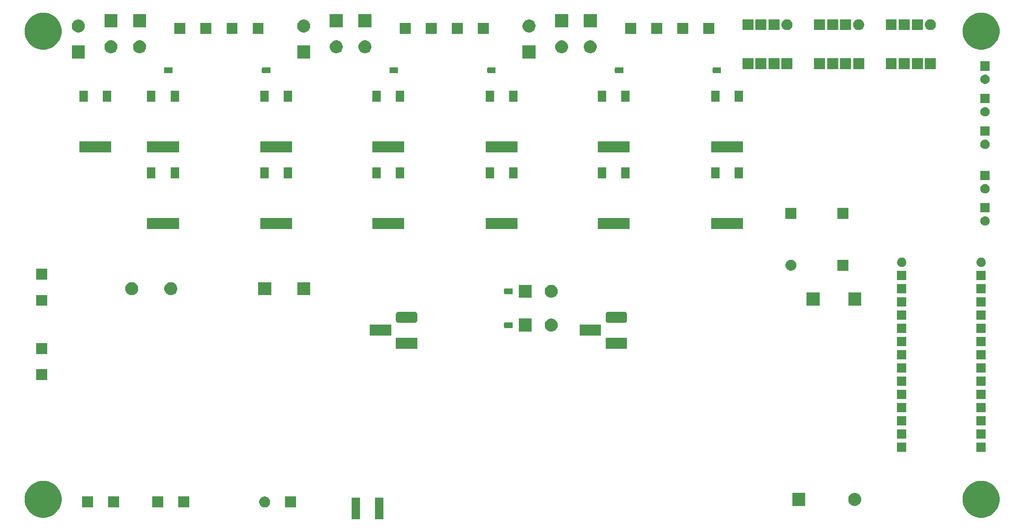
<source format=gbr>
G04 #@! TF.GenerationSoftware,KiCad,Pcbnew,(5.1.4)-1*
G04 #@! TF.CreationDate,2020-08-16T22:28:13+03:00*
G04 #@! TF.ProjectId,UAH_0,5541485f-302e-46b6-9963-61645f706362,rev?*
G04 #@! TF.SameCoordinates,Original*
G04 #@! TF.FileFunction,Soldermask,Top*
G04 #@! TF.FilePolarity,Negative*
%FSLAX46Y46*%
G04 Gerber Fmt 4.6, Leading zero omitted, Abs format (unit mm)*
G04 Created by KiCad (PCBNEW (5.1.4)-1) date 2020-08-16 22:28:13*
%MOMM*%
%LPD*%
G04 APERTURE LIST*
%ADD10C,0.100000*%
G04 APERTURE END LIST*
D10*
G36*
X145000000Y-112000000D02*
G01*
X143500000Y-112000000D01*
X143500000Y-111000000D01*
X145000000Y-111000000D01*
X145000000Y-112000000D01*
G37*
X145000000Y-112000000D02*
X143500000Y-112000000D01*
X143500000Y-111000000D01*
X145000000Y-111000000D01*
X145000000Y-112000000D01*
G36*
X143500000Y-104500000D02*
G01*
X145000000Y-104500000D01*
X145000000Y-105500000D01*
X143500000Y-105500000D01*
X143500000Y-104500000D01*
G37*
X143500000Y-104500000D02*
X145000000Y-104500000D01*
X145000000Y-105500000D01*
X143500000Y-105500000D01*
X143500000Y-104500000D01*
G36*
X141750000Y-63000000D02*
G01*
X140250000Y-63000000D01*
X140250000Y-62000000D01*
X141750000Y-62000000D01*
X141750000Y-63000000D01*
G37*
X141750000Y-63000000D02*
X140250000Y-63000000D01*
X140250000Y-62000000D01*
X141750000Y-62000000D01*
X141750000Y-63000000D01*
G36*
X185000000Y-63000000D02*
G01*
X183500000Y-63000000D01*
X183500000Y-62000000D01*
X185000000Y-62000000D01*
X185000000Y-63000000D01*
G37*
X185000000Y-63000000D02*
X183500000Y-63000000D01*
X183500000Y-62000000D01*
X185000000Y-62000000D01*
X185000000Y-63000000D01*
G36*
X166250000Y-63000000D02*
G01*
X164750000Y-63000000D01*
X164750000Y-62000000D01*
X166250000Y-62000000D01*
X166250000Y-63000000D01*
G37*
X166250000Y-63000000D02*
X164750000Y-63000000D01*
X164750000Y-62000000D01*
X166250000Y-62000000D01*
X166250000Y-63000000D01*
G36*
X123000000Y-63000000D02*
G01*
X121500000Y-63000000D01*
X121500000Y-62000000D01*
X123000000Y-62000000D01*
X123000000Y-63000000D01*
G37*
X123000000Y-63000000D02*
X121500000Y-63000000D01*
X121500000Y-62000000D01*
X123000000Y-62000000D01*
X123000000Y-63000000D01*
G36*
X98500000Y-63000000D02*
G01*
X97000000Y-63000000D01*
X97000000Y-62000000D01*
X98500000Y-62000000D01*
X98500000Y-63000000D01*
G37*
X98500000Y-63000000D02*
X97000000Y-63000000D01*
X97000000Y-62000000D01*
X98500000Y-62000000D01*
X98500000Y-63000000D01*
G36*
X79750000Y-63000000D02*
G01*
X78250000Y-63000000D01*
X78250000Y-62000000D01*
X79750000Y-62000000D01*
X79750000Y-63000000D01*
G37*
X79750000Y-63000000D02*
X78250000Y-63000000D01*
X78250000Y-62000000D01*
X79750000Y-62000000D01*
X79750000Y-63000000D01*
G36*
X120301000Y-148801000D02*
G01*
X118699000Y-148801000D01*
X118699000Y-144699000D01*
X120301000Y-144699000D01*
X120301000Y-148801000D01*
X120301000Y-148801000D01*
G37*
G36*
X115801000Y-148801000D02*
G01*
X114199000Y-148801000D01*
X114199000Y-144699000D01*
X115801000Y-144699000D01*
X115801000Y-148801000D01*
X115801000Y-148801000D01*
G37*
G36*
X56035787Y-141585462D02*
G01*
X56035790Y-141585463D01*
X56035789Y-141585463D01*
X56682029Y-141853144D01*
X57263631Y-142241758D01*
X57758242Y-142736369D01*
X58146856Y-143317971D01*
X58146856Y-143317972D01*
X58414538Y-143964213D01*
X58551000Y-144650256D01*
X58551000Y-145349744D01*
X58414538Y-146035787D01*
X58414537Y-146035789D01*
X58146856Y-146682029D01*
X57758242Y-147263631D01*
X57263631Y-147758242D01*
X56682029Y-148146856D01*
X56225068Y-148336135D01*
X56035787Y-148414538D01*
X55349744Y-148551000D01*
X54650256Y-148551000D01*
X53964213Y-148414538D01*
X53774932Y-148336135D01*
X53317971Y-148146856D01*
X52736369Y-147758242D01*
X52241758Y-147263631D01*
X51853144Y-146682029D01*
X51585463Y-146035789D01*
X51585462Y-146035787D01*
X51449000Y-145349744D01*
X51449000Y-144650256D01*
X51585462Y-143964213D01*
X51853144Y-143317972D01*
X51853144Y-143317971D01*
X52241758Y-142736369D01*
X52736369Y-142241758D01*
X53317971Y-141853144D01*
X53964211Y-141585463D01*
X53964210Y-141585463D01*
X53964213Y-141585462D01*
X54650256Y-141449000D01*
X55349744Y-141449000D01*
X56035787Y-141585462D01*
X56035787Y-141585462D01*
G37*
G36*
X236035787Y-141585462D02*
G01*
X236035790Y-141585463D01*
X236035789Y-141585463D01*
X236682029Y-141853144D01*
X237263631Y-142241758D01*
X237758242Y-142736369D01*
X238146856Y-143317971D01*
X238146856Y-143317972D01*
X238414538Y-143964213D01*
X238551000Y-144650256D01*
X238551000Y-145349744D01*
X238414538Y-146035787D01*
X238414537Y-146035789D01*
X238146856Y-146682029D01*
X237758242Y-147263631D01*
X237263631Y-147758242D01*
X236682029Y-148146856D01*
X236225068Y-148336135D01*
X236035787Y-148414538D01*
X235349744Y-148551000D01*
X234650256Y-148551000D01*
X233964213Y-148414538D01*
X233774932Y-148336135D01*
X233317971Y-148146856D01*
X232736369Y-147758242D01*
X232241758Y-147263631D01*
X231853144Y-146682029D01*
X231585463Y-146035789D01*
X231585462Y-146035787D01*
X231449000Y-145349744D01*
X231449000Y-144650256D01*
X231585462Y-143964213D01*
X231853144Y-143317972D01*
X231853144Y-143317971D01*
X232241758Y-142736369D01*
X232736369Y-142241758D01*
X233317971Y-141853144D01*
X233964211Y-141585463D01*
X233964210Y-141585463D01*
X233964213Y-141585462D01*
X234650256Y-141449000D01*
X235349744Y-141449000D01*
X236035787Y-141585462D01*
X236035787Y-141585462D01*
G37*
G36*
X103551000Y-146551000D02*
G01*
X101449000Y-146551000D01*
X101449000Y-144449000D01*
X103551000Y-144449000D01*
X103551000Y-146551000D01*
X103551000Y-146551000D01*
G37*
G36*
X78051000Y-146551000D02*
G01*
X75949000Y-146551000D01*
X75949000Y-144449000D01*
X78051000Y-144449000D01*
X78051000Y-146551000D01*
X78051000Y-146551000D01*
G37*
G36*
X83051000Y-146551000D02*
G01*
X80949000Y-146551000D01*
X80949000Y-144449000D01*
X83051000Y-144449000D01*
X83051000Y-146551000D01*
X83051000Y-146551000D01*
G37*
G36*
X64551000Y-146551000D02*
G01*
X62449000Y-146551000D01*
X62449000Y-144449000D01*
X64551000Y-144449000D01*
X64551000Y-146551000D01*
X64551000Y-146551000D01*
G37*
G36*
X69551000Y-146551000D02*
G01*
X67449000Y-146551000D01*
X67449000Y-144449000D01*
X69551000Y-144449000D01*
X69551000Y-146551000D01*
X69551000Y-146551000D01*
G37*
G36*
X97806564Y-144489389D02*
G01*
X97997833Y-144568615D01*
X97997835Y-144568616D01*
X98097331Y-144635097D01*
X98169973Y-144683635D01*
X98316365Y-144830027D01*
X98431385Y-145002167D01*
X98510611Y-145193436D01*
X98551000Y-145396484D01*
X98551000Y-145603516D01*
X98510611Y-145806564D01*
X98442203Y-145971715D01*
X98431384Y-145997835D01*
X98316365Y-146169973D01*
X98169973Y-146316365D01*
X97997835Y-146431384D01*
X97997834Y-146431385D01*
X97997833Y-146431385D01*
X97806564Y-146510611D01*
X97603516Y-146551000D01*
X97396484Y-146551000D01*
X97193436Y-146510611D01*
X97002167Y-146431385D01*
X97002166Y-146431385D01*
X97002165Y-146431384D01*
X96830027Y-146316365D01*
X96683635Y-146169973D01*
X96568616Y-145997835D01*
X96557797Y-145971715D01*
X96489389Y-145806564D01*
X96449000Y-145603516D01*
X96449000Y-145396484D01*
X96489389Y-145193436D01*
X96568615Y-145002167D01*
X96683635Y-144830027D01*
X96830027Y-144683635D01*
X96902669Y-144635097D01*
X97002165Y-144568616D01*
X97002167Y-144568615D01*
X97193436Y-144489389D01*
X97396484Y-144449000D01*
X97603516Y-144449000D01*
X97806564Y-144489389D01*
X97806564Y-144489389D01*
G37*
G36*
X201251000Y-146251000D02*
G01*
X198749000Y-146251000D01*
X198749000Y-143749000D01*
X201251000Y-143749000D01*
X201251000Y-146251000D01*
X201251000Y-146251000D01*
G37*
G36*
X211114903Y-143797075D02*
G01*
X211342571Y-143891378D01*
X211547466Y-144028285D01*
X211721715Y-144202534D01*
X211858622Y-144407429D01*
X211952925Y-144635097D01*
X212001000Y-144876787D01*
X212001000Y-145123213D01*
X211952925Y-145364903D01*
X211858622Y-145592571D01*
X211721715Y-145797466D01*
X211547466Y-145971715D01*
X211342571Y-146108622D01*
X211342570Y-146108623D01*
X211342569Y-146108623D01*
X211114903Y-146202925D01*
X210873214Y-146251000D01*
X210626786Y-146251000D01*
X210385097Y-146202925D01*
X210157431Y-146108623D01*
X210157430Y-146108623D01*
X210157429Y-146108622D01*
X209952534Y-145971715D01*
X209778285Y-145797466D01*
X209641378Y-145592571D01*
X209547075Y-145364903D01*
X209499000Y-145123213D01*
X209499000Y-144876787D01*
X209547075Y-144635097D01*
X209641378Y-144407429D01*
X209778285Y-144202534D01*
X209952534Y-144028285D01*
X210157429Y-143891378D01*
X210385097Y-143797075D01*
X210626786Y-143749000D01*
X210873214Y-143749000D01*
X211114903Y-143797075D01*
X211114903Y-143797075D01*
G37*
G36*
X220661000Y-135901000D02*
G01*
X218859000Y-135901000D01*
X218859000Y-134099000D01*
X220661000Y-134099000D01*
X220661000Y-135901000D01*
X220661000Y-135901000D01*
G37*
G36*
X235901000Y-135901000D02*
G01*
X234099000Y-135901000D01*
X234099000Y-134099000D01*
X235901000Y-134099000D01*
X235901000Y-135901000D01*
X235901000Y-135901000D01*
G37*
G36*
X235901000Y-133361000D02*
G01*
X234099000Y-133361000D01*
X234099000Y-131559000D01*
X235901000Y-131559000D01*
X235901000Y-133361000D01*
X235901000Y-133361000D01*
G37*
G36*
X220661000Y-133361000D02*
G01*
X218859000Y-133361000D01*
X218859000Y-131559000D01*
X220661000Y-131559000D01*
X220661000Y-133361000D01*
X220661000Y-133361000D01*
G37*
G36*
X235901000Y-130821000D02*
G01*
X234099000Y-130821000D01*
X234099000Y-129019000D01*
X235901000Y-129019000D01*
X235901000Y-130821000D01*
X235901000Y-130821000D01*
G37*
G36*
X220661000Y-130821000D02*
G01*
X218859000Y-130821000D01*
X218859000Y-129019000D01*
X220661000Y-129019000D01*
X220661000Y-130821000D01*
X220661000Y-130821000D01*
G37*
G36*
X235901000Y-128281000D02*
G01*
X234099000Y-128281000D01*
X234099000Y-126479000D01*
X235901000Y-126479000D01*
X235901000Y-128281000D01*
X235901000Y-128281000D01*
G37*
G36*
X220661000Y-128281000D02*
G01*
X218859000Y-128281000D01*
X218859000Y-126479000D01*
X220661000Y-126479000D01*
X220661000Y-128281000D01*
X220661000Y-128281000D01*
G37*
G36*
X220661000Y-125741000D02*
G01*
X218859000Y-125741000D01*
X218859000Y-123939000D01*
X220661000Y-123939000D01*
X220661000Y-125741000D01*
X220661000Y-125741000D01*
G37*
G36*
X235901000Y-125741000D02*
G01*
X234099000Y-125741000D01*
X234099000Y-123939000D01*
X235901000Y-123939000D01*
X235901000Y-125741000D01*
X235901000Y-125741000D01*
G37*
G36*
X235901000Y-123201000D02*
G01*
X234099000Y-123201000D01*
X234099000Y-121399000D01*
X235901000Y-121399000D01*
X235901000Y-123201000D01*
X235901000Y-123201000D01*
G37*
G36*
X220661000Y-123201000D02*
G01*
X218859000Y-123201000D01*
X218859000Y-121399000D01*
X220661000Y-121399000D01*
X220661000Y-123201000D01*
X220661000Y-123201000D01*
G37*
G36*
X55801000Y-122051000D02*
G01*
X53699000Y-122051000D01*
X53699000Y-119949000D01*
X55801000Y-119949000D01*
X55801000Y-122051000D01*
X55801000Y-122051000D01*
G37*
G36*
X235901000Y-120661000D02*
G01*
X234099000Y-120661000D01*
X234099000Y-118859000D01*
X235901000Y-118859000D01*
X235901000Y-120661000D01*
X235901000Y-120661000D01*
G37*
G36*
X220661000Y-120661000D02*
G01*
X218859000Y-120661000D01*
X218859000Y-118859000D01*
X220661000Y-118859000D01*
X220661000Y-120661000D01*
X220661000Y-120661000D01*
G37*
G36*
X220661000Y-118121000D02*
G01*
X218859000Y-118121000D01*
X218859000Y-116319000D01*
X220661000Y-116319000D01*
X220661000Y-118121000D01*
X220661000Y-118121000D01*
G37*
G36*
X235901000Y-118121000D02*
G01*
X234099000Y-118121000D01*
X234099000Y-116319000D01*
X235901000Y-116319000D01*
X235901000Y-118121000D01*
X235901000Y-118121000D01*
G37*
G36*
X55801000Y-117051000D02*
G01*
X53699000Y-117051000D01*
X53699000Y-114949000D01*
X55801000Y-114949000D01*
X55801000Y-117051000D01*
X55801000Y-117051000D01*
G37*
G36*
X126801000Y-116051000D02*
G01*
X122699000Y-116051000D01*
X122699000Y-113949000D01*
X126801000Y-113949000D01*
X126801000Y-116051000D01*
X126801000Y-116051000D01*
G37*
G36*
X167051000Y-116051000D02*
G01*
X162949000Y-116051000D01*
X162949000Y-113949000D01*
X167051000Y-113949000D01*
X167051000Y-116051000D01*
X167051000Y-116051000D01*
G37*
G36*
X220661000Y-115581000D02*
G01*
X218859000Y-115581000D01*
X218859000Y-113779000D01*
X220661000Y-113779000D01*
X220661000Y-115581000D01*
X220661000Y-115581000D01*
G37*
G36*
X235901000Y-115581000D02*
G01*
X234099000Y-115581000D01*
X234099000Y-113779000D01*
X235901000Y-113779000D01*
X235901000Y-115581000D01*
X235901000Y-115581000D01*
G37*
G36*
X121801000Y-113551000D02*
G01*
X117699000Y-113551000D01*
X117699000Y-111449000D01*
X121801000Y-111449000D01*
X121801000Y-113551000D01*
X121801000Y-113551000D01*
G37*
G36*
X162051000Y-113551000D02*
G01*
X157949000Y-113551000D01*
X157949000Y-111449000D01*
X162051000Y-111449000D01*
X162051000Y-113551000D01*
X162051000Y-113551000D01*
G37*
G36*
X235901000Y-113041000D02*
G01*
X234099000Y-113041000D01*
X234099000Y-111239000D01*
X235901000Y-111239000D01*
X235901000Y-113041000D01*
X235901000Y-113041000D01*
G37*
G36*
X220661000Y-113041000D02*
G01*
X218859000Y-113041000D01*
X218859000Y-111239000D01*
X220661000Y-111239000D01*
X220661000Y-113041000D01*
X220661000Y-113041000D01*
G37*
G36*
X148751000Y-112751000D02*
G01*
X146249000Y-112751000D01*
X146249000Y-110249000D01*
X148751000Y-110249000D01*
X148751000Y-112751000D01*
X148751000Y-112751000D01*
G37*
G36*
X152864903Y-110297075D02*
G01*
X153092571Y-110391378D01*
X153297466Y-110528285D01*
X153471715Y-110702534D01*
X153471716Y-110702536D01*
X153608623Y-110907431D01*
X153702925Y-111135097D01*
X153751000Y-111376786D01*
X153751000Y-111623214D01*
X153702925Y-111864903D01*
X153646352Y-112001484D01*
X153608622Y-112092571D01*
X153471715Y-112297466D01*
X153297466Y-112471715D01*
X153092571Y-112608622D01*
X153092570Y-112608623D01*
X153092569Y-112608623D01*
X152864903Y-112702925D01*
X152623214Y-112751000D01*
X152376786Y-112751000D01*
X152135097Y-112702925D01*
X151907431Y-112608623D01*
X151907430Y-112608623D01*
X151907429Y-112608622D01*
X151702534Y-112471715D01*
X151528285Y-112297466D01*
X151391378Y-112092571D01*
X151353649Y-112001484D01*
X151297075Y-111864903D01*
X151249000Y-111623214D01*
X151249000Y-111376786D01*
X151297075Y-111135097D01*
X151391377Y-110907431D01*
X151528284Y-110702536D01*
X151528285Y-110702534D01*
X151702534Y-110528285D01*
X151907429Y-110391378D01*
X152135097Y-110297075D01*
X152376786Y-110249000D01*
X152623214Y-110249000D01*
X152864903Y-110297075D01*
X152864903Y-110297075D01*
G37*
G36*
X144809004Y-110953355D02*
G01*
X144837376Y-110961962D01*
X144865745Y-110970567D01*
X144865747Y-110970568D01*
X144918031Y-110998514D01*
X144918032Y-110998515D01*
X144918036Y-110998517D01*
X144963869Y-111036131D01*
X145001483Y-111081964D01*
X145001485Y-111081968D01*
X145001486Y-111081969D01*
X145029432Y-111134253D01*
X145046645Y-111190996D01*
X145051000Y-111235214D01*
X145051000Y-111764786D01*
X145046645Y-111809004D01*
X145046644Y-111809006D01*
X145029433Y-111865745D01*
X145001483Y-111918036D01*
X144963869Y-111963869D01*
X144918035Y-112001483D01*
X144865744Y-112029433D01*
X144837375Y-112038038D01*
X144809003Y-112046645D01*
X144750000Y-112052456D01*
X144690996Y-112046645D01*
X144662624Y-112038038D01*
X144634255Y-112029433D01*
X144634253Y-112029432D01*
X144581969Y-112001486D01*
X144581968Y-112001485D01*
X144581964Y-112001483D01*
X144536131Y-111963869D01*
X144498517Y-111918035D01*
X144470567Y-111865744D01*
X144453356Y-111809005D01*
X144453355Y-111809003D01*
X144449000Y-111764785D01*
X144449001Y-111235214D01*
X144453356Y-111190996D01*
X144470569Y-111134253D01*
X144498515Y-111081969D01*
X144498516Y-111081968D01*
X144498518Y-111081964D01*
X144536132Y-111036131D01*
X144581965Y-110998517D01*
X144581969Y-110998515D01*
X144581970Y-110998514D01*
X144634254Y-110970568D01*
X144634256Y-110970567D01*
X144662625Y-110961962D01*
X144690997Y-110953355D01*
X144750000Y-110947544D01*
X144809004Y-110953355D01*
X144809004Y-110953355D01*
G37*
G36*
X143809004Y-110953355D02*
G01*
X143837376Y-110961962D01*
X143865745Y-110970567D01*
X143865747Y-110970568D01*
X143918031Y-110998514D01*
X143918032Y-110998515D01*
X143918036Y-110998517D01*
X143963869Y-111036131D01*
X144001483Y-111081964D01*
X144001485Y-111081968D01*
X144001486Y-111081969D01*
X144029432Y-111134253D01*
X144046645Y-111190996D01*
X144051000Y-111235214D01*
X144051000Y-111764786D01*
X144046645Y-111809004D01*
X144046644Y-111809006D01*
X144029433Y-111865745D01*
X144001483Y-111918036D01*
X143963869Y-111963869D01*
X143918035Y-112001483D01*
X143865744Y-112029433D01*
X143837375Y-112038038D01*
X143809003Y-112046645D01*
X143750000Y-112052456D01*
X143690996Y-112046645D01*
X143662624Y-112038038D01*
X143634255Y-112029433D01*
X143634253Y-112029432D01*
X143581969Y-112001486D01*
X143581968Y-112001485D01*
X143581964Y-112001483D01*
X143536131Y-111963869D01*
X143498517Y-111918035D01*
X143470567Y-111865744D01*
X143453356Y-111809005D01*
X143453355Y-111809003D01*
X143449000Y-111764785D01*
X143449001Y-111235214D01*
X143453356Y-111190996D01*
X143470569Y-111134253D01*
X143498515Y-111081969D01*
X143498516Y-111081968D01*
X143498518Y-111081964D01*
X143536132Y-111036131D01*
X143581965Y-110998517D01*
X143581969Y-110998515D01*
X143581970Y-110998514D01*
X143634254Y-110970568D01*
X143634256Y-110970567D01*
X143662625Y-110961962D01*
X143690997Y-110953355D01*
X143750000Y-110947544D01*
X143809004Y-110953355D01*
X143809004Y-110953355D01*
G37*
G36*
X126428210Y-108958489D02*
G01*
X126514950Y-108984802D01*
X126594889Y-109027530D01*
X126664962Y-109085038D01*
X126722470Y-109155111D01*
X126765198Y-109235050D01*
X126791511Y-109321790D01*
X126801000Y-109418140D01*
X126801000Y-110581860D01*
X126791511Y-110678210D01*
X126765198Y-110764950D01*
X126722470Y-110844889D01*
X126664962Y-110914962D01*
X126594889Y-110972470D01*
X126514950Y-111015198D01*
X126428210Y-111041511D01*
X126331860Y-111051000D01*
X123168140Y-111051000D01*
X123071790Y-111041511D01*
X122985050Y-111015198D01*
X122905111Y-110972470D01*
X122835038Y-110914962D01*
X122777530Y-110844889D01*
X122734802Y-110764950D01*
X122708489Y-110678210D01*
X122699000Y-110581860D01*
X122699000Y-109418140D01*
X122708489Y-109321790D01*
X122734802Y-109235050D01*
X122777530Y-109155111D01*
X122835038Y-109085038D01*
X122905111Y-109027530D01*
X122985050Y-108984802D01*
X123071790Y-108958489D01*
X123168140Y-108949000D01*
X126331860Y-108949000D01*
X126428210Y-108958489D01*
X126428210Y-108958489D01*
G37*
G36*
X166678210Y-108958489D02*
G01*
X166764950Y-108984802D01*
X166844889Y-109027530D01*
X166914962Y-109085038D01*
X166972470Y-109155111D01*
X167015198Y-109235050D01*
X167041511Y-109321790D01*
X167051000Y-109418140D01*
X167051000Y-110581860D01*
X167041511Y-110678210D01*
X167015198Y-110764950D01*
X166972470Y-110844889D01*
X166914962Y-110914962D01*
X166844889Y-110972470D01*
X166764950Y-111015198D01*
X166678210Y-111041511D01*
X166581860Y-111051000D01*
X163418140Y-111051000D01*
X163321790Y-111041511D01*
X163235050Y-111015198D01*
X163155111Y-110972470D01*
X163085038Y-110914962D01*
X163027530Y-110844889D01*
X162984802Y-110764950D01*
X162958489Y-110678210D01*
X162949000Y-110581860D01*
X162949000Y-109418140D01*
X162958489Y-109321790D01*
X162984802Y-109235050D01*
X163027530Y-109155111D01*
X163085038Y-109085038D01*
X163155111Y-109027530D01*
X163235050Y-108984802D01*
X163321790Y-108958489D01*
X163418140Y-108949000D01*
X166581860Y-108949000D01*
X166678210Y-108958489D01*
X166678210Y-108958489D01*
G37*
G36*
X220661000Y-110501000D02*
G01*
X218859000Y-110501000D01*
X218859000Y-108699000D01*
X220661000Y-108699000D01*
X220661000Y-110501000D01*
X220661000Y-110501000D01*
G37*
G36*
X235901000Y-110501000D02*
G01*
X234099000Y-110501000D01*
X234099000Y-108699000D01*
X235901000Y-108699000D01*
X235901000Y-110501000D01*
X235901000Y-110501000D01*
G37*
G36*
X220661000Y-107961000D02*
G01*
X218859000Y-107961000D01*
X218859000Y-106159000D01*
X220661000Y-106159000D01*
X220661000Y-107961000D01*
X220661000Y-107961000D01*
G37*
G36*
X235901000Y-107961000D02*
G01*
X234099000Y-107961000D01*
X234099000Y-106159000D01*
X235901000Y-106159000D01*
X235901000Y-107961000D01*
X235901000Y-107961000D01*
G37*
G36*
X55801000Y-107801000D02*
G01*
X53699000Y-107801000D01*
X53699000Y-105699000D01*
X55801000Y-105699000D01*
X55801000Y-107801000D01*
X55801000Y-107801000D01*
G37*
G36*
X204001000Y-107751000D02*
G01*
X201499000Y-107751000D01*
X201499000Y-105249000D01*
X204001000Y-105249000D01*
X204001000Y-107751000D01*
X204001000Y-107751000D01*
G37*
G36*
X212001000Y-107751000D02*
G01*
X209499000Y-107751000D01*
X209499000Y-105249000D01*
X212001000Y-105249000D01*
X212001000Y-107751000D01*
X212001000Y-107751000D01*
G37*
G36*
X148751000Y-106251000D02*
G01*
X146249000Y-106251000D01*
X146249000Y-103749000D01*
X148751000Y-103749000D01*
X148751000Y-106251000D01*
X148751000Y-106251000D01*
G37*
G36*
X152864903Y-103797075D02*
G01*
X153092571Y-103891378D01*
X153297466Y-104028285D01*
X153471715Y-104202534D01*
X153608622Y-104407429D01*
X153608623Y-104407431D01*
X153702925Y-104635097D01*
X153751000Y-104876786D01*
X153751000Y-105123214D01*
X153702925Y-105364903D01*
X153661933Y-105463868D01*
X153608622Y-105592571D01*
X153471715Y-105797466D01*
X153297466Y-105971715D01*
X153092571Y-106108622D01*
X153092570Y-106108623D01*
X153092569Y-106108623D01*
X152864903Y-106202925D01*
X152623214Y-106251000D01*
X152376786Y-106251000D01*
X152135097Y-106202925D01*
X151907431Y-106108623D01*
X151907430Y-106108623D01*
X151907429Y-106108622D01*
X151702534Y-105971715D01*
X151528285Y-105797466D01*
X151391378Y-105592571D01*
X151338068Y-105463868D01*
X151297075Y-105364903D01*
X151249000Y-105123214D01*
X151249000Y-104876786D01*
X151297075Y-104635097D01*
X151391377Y-104407431D01*
X151391378Y-104407429D01*
X151528285Y-104202534D01*
X151702534Y-104028285D01*
X151907429Y-103891378D01*
X152135097Y-103797075D01*
X152376786Y-103749000D01*
X152623214Y-103749000D01*
X152864903Y-103797075D01*
X152864903Y-103797075D01*
G37*
G36*
X79864903Y-103297075D02*
G01*
X80092571Y-103391378D01*
X80297466Y-103528285D01*
X80471715Y-103702534D01*
X80597896Y-103891377D01*
X80608623Y-103907431D01*
X80702925Y-104135097D01*
X80751000Y-104376786D01*
X80751000Y-104623214D01*
X80702925Y-104864903D01*
X80698003Y-104876787D01*
X80608622Y-105092571D01*
X80471715Y-105297466D01*
X80297466Y-105471715D01*
X80092571Y-105608622D01*
X80092570Y-105608623D01*
X80092569Y-105608623D01*
X79864903Y-105702925D01*
X79623214Y-105751000D01*
X79376786Y-105751000D01*
X79135097Y-105702925D01*
X78907431Y-105608623D01*
X78907430Y-105608623D01*
X78907429Y-105608622D01*
X78702534Y-105471715D01*
X78528285Y-105297466D01*
X78391378Y-105092571D01*
X78301998Y-104876787D01*
X78297075Y-104864903D01*
X78249000Y-104623214D01*
X78249000Y-104376786D01*
X78297075Y-104135097D01*
X78391377Y-103907431D01*
X78402104Y-103891377D01*
X78528285Y-103702534D01*
X78702534Y-103528285D01*
X78907429Y-103391378D01*
X79135097Y-103297075D01*
X79376786Y-103249000D01*
X79623214Y-103249000D01*
X79864903Y-103297075D01*
X79864903Y-103297075D01*
G37*
G36*
X72364903Y-103297075D02*
G01*
X72592571Y-103391378D01*
X72797466Y-103528285D01*
X72971715Y-103702534D01*
X73097896Y-103891377D01*
X73108623Y-103907431D01*
X73202925Y-104135097D01*
X73251000Y-104376786D01*
X73251000Y-104623214D01*
X73202925Y-104864903D01*
X73198003Y-104876787D01*
X73108622Y-105092571D01*
X72971715Y-105297466D01*
X72797466Y-105471715D01*
X72592571Y-105608622D01*
X72592570Y-105608623D01*
X72592569Y-105608623D01*
X72364903Y-105702925D01*
X72123214Y-105751000D01*
X71876786Y-105751000D01*
X71635097Y-105702925D01*
X71407431Y-105608623D01*
X71407430Y-105608623D01*
X71407429Y-105608622D01*
X71202534Y-105471715D01*
X71028285Y-105297466D01*
X70891378Y-105092571D01*
X70801998Y-104876787D01*
X70797075Y-104864903D01*
X70749000Y-104623214D01*
X70749000Y-104376786D01*
X70797075Y-104135097D01*
X70891377Y-103907431D01*
X70902104Y-103891377D01*
X71028285Y-103702534D01*
X71202534Y-103528285D01*
X71407429Y-103391378D01*
X71635097Y-103297075D01*
X71876786Y-103249000D01*
X72123214Y-103249000D01*
X72364903Y-103297075D01*
X72364903Y-103297075D01*
G37*
G36*
X98751000Y-105751000D02*
G01*
X96249000Y-105751000D01*
X96249000Y-103249000D01*
X98751000Y-103249000D01*
X98751000Y-105751000D01*
X98751000Y-105751000D01*
G37*
G36*
X106251000Y-105751000D02*
G01*
X103749000Y-105751000D01*
X103749000Y-103249000D01*
X106251000Y-103249000D01*
X106251000Y-105751000D01*
X106251000Y-105751000D01*
G37*
G36*
X144809003Y-104453355D02*
G01*
X144837374Y-104461961D01*
X144865744Y-104470567D01*
X144918035Y-104498517D01*
X144963869Y-104536131D01*
X145001483Y-104581964D01*
X145001485Y-104581968D01*
X145001486Y-104581969D01*
X145029432Y-104634253D01*
X145046645Y-104690996D01*
X145051000Y-104735214D01*
X145051000Y-105264786D01*
X145046645Y-105309004D01*
X145046644Y-105309006D01*
X145029433Y-105365745D01*
X145001483Y-105418036D01*
X144963869Y-105463869D01*
X144918036Y-105501483D01*
X144918032Y-105501485D01*
X144918031Y-105501486D01*
X144865747Y-105529432D01*
X144865745Y-105529433D01*
X144837376Y-105538038D01*
X144809004Y-105546645D01*
X144750000Y-105552456D01*
X144690997Y-105546645D01*
X144662625Y-105538038D01*
X144634256Y-105529433D01*
X144634254Y-105529432D01*
X144581970Y-105501486D01*
X144581969Y-105501485D01*
X144581965Y-105501483D01*
X144536132Y-105463869D01*
X144498518Y-105418036D01*
X144470568Y-105365745D01*
X144453357Y-105309006D01*
X144453356Y-105309004D01*
X144449001Y-105264786D01*
X144449000Y-104735215D01*
X144453355Y-104690997D01*
X144470568Y-104634254D01*
X144498516Y-104581967D01*
X144498517Y-104581965D01*
X144536131Y-104536131D01*
X144581964Y-104498517D01*
X144581968Y-104498515D01*
X144581969Y-104498514D01*
X144634253Y-104470568D01*
X144634255Y-104470567D01*
X144662625Y-104461961D01*
X144690996Y-104453355D01*
X144750000Y-104447544D01*
X144809003Y-104453355D01*
X144809003Y-104453355D01*
G37*
G36*
X143809003Y-104453355D02*
G01*
X143837374Y-104461961D01*
X143865744Y-104470567D01*
X143918035Y-104498517D01*
X143963869Y-104536131D01*
X144001483Y-104581964D01*
X144001485Y-104581968D01*
X144001486Y-104581969D01*
X144029432Y-104634253D01*
X144046645Y-104690996D01*
X144051000Y-104735214D01*
X144051000Y-105264786D01*
X144046645Y-105309004D01*
X144046644Y-105309006D01*
X144029433Y-105365745D01*
X144001483Y-105418036D01*
X143963869Y-105463869D01*
X143918036Y-105501483D01*
X143918032Y-105501485D01*
X143918031Y-105501486D01*
X143865747Y-105529432D01*
X143865745Y-105529433D01*
X143837376Y-105538038D01*
X143809004Y-105546645D01*
X143750000Y-105552456D01*
X143690997Y-105546645D01*
X143662625Y-105538038D01*
X143634256Y-105529433D01*
X143634254Y-105529432D01*
X143581970Y-105501486D01*
X143581969Y-105501485D01*
X143581965Y-105501483D01*
X143536132Y-105463869D01*
X143498518Y-105418036D01*
X143470568Y-105365745D01*
X143453357Y-105309006D01*
X143453356Y-105309004D01*
X143449001Y-105264786D01*
X143449000Y-104735215D01*
X143453355Y-104690997D01*
X143470568Y-104634254D01*
X143498516Y-104581967D01*
X143498517Y-104581965D01*
X143536131Y-104536131D01*
X143581964Y-104498517D01*
X143581968Y-104498515D01*
X143581969Y-104498514D01*
X143634253Y-104470568D01*
X143634255Y-104470567D01*
X143662625Y-104461961D01*
X143690996Y-104453355D01*
X143750000Y-104447544D01*
X143809003Y-104453355D01*
X143809003Y-104453355D01*
G37*
G36*
X235901000Y-105421000D02*
G01*
X234099000Y-105421000D01*
X234099000Y-103619000D01*
X235901000Y-103619000D01*
X235901000Y-105421000D01*
X235901000Y-105421000D01*
G37*
G36*
X220661000Y-105421000D02*
G01*
X218859000Y-105421000D01*
X218859000Y-103619000D01*
X220661000Y-103619000D01*
X220661000Y-105421000D01*
X220661000Y-105421000D01*
G37*
G36*
X235901000Y-102881000D02*
G01*
X234099000Y-102881000D01*
X234099000Y-101079000D01*
X235901000Y-101079000D01*
X235901000Y-102881000D01*
X235901000Y-102881000D01*
G37*
G36*
X220661000Y-102881000D02*
G01*
X218859000Y-102881000D01*
X218859000Y-101079000D01*
X220661000Y-101079000D01*
X220661000Y-102881000D01*
X220661000Y-102881000D01*
G37*
G36*
X55801000Y-102801000D02*
G01*
X53699000Y-102801000D01*
X53699000Y-100699000D01*
X55801000Y-100699000D01*
X55801000Y-102801000D01*
X55801000Y-102801000D01*
G37*
G36*
X198806564Y-98989389D02*
G01*
X198997833Y-99068615D01*
X198997835Y-99068616D01*
X199160324Y-99177188D01*
X199169973Y-99183635D01*
X199316365Y-99330027D01*
X199431385Y-99502167D01*
X199510611Y-99693436D01*
X199551000Y-99896484D01*
X199551000Y-100103516D01*
X199510611Y-100306564D01*
X199496347Y-100341000D01*
X199431384Y-100497835D01*
X199316365Y-100669973D01*
X199169973Y-100816365D01*
X198997835Y-100931384D01*
X198997834Y-100931385D01*
X198997833Y-100931385D01*
X198806564Y-101010611D01*
X198603516Y-101051000D01*
X198396484Y-101051000D01*
X198193436Y-101010611D01*
X198002167Y-100931385D01*
X198002166Y-100931385D01*
X198002165Y-100931384D01*
X197830027Y-100816365D01*
X197683635Y-100669973D01*
X197568616Y-100497835D01*
X197503653Y-100341000D01*
X197489389Y-100306564D01*
X197449000Y-100103516D01*
X197449000Y-99896484D01*
X197489389Y-99693436D01*
X197568615Y-99502167D01*
X197683635Y-99330027D01*
X197830027Y-99183635D01*
X197839676Y-99177188D01*
X198002165Y-99068616D01*
X198002167Y-99068615D01*
X198193436Y-98989389D01*
X198396484Y-98949000D01*
X198603516Y-98949000D01*
X198806564Y-98989389D01*
X198806564Y-98989389D01*
G37*
G36*
X209551000Y-101051000D02*
G01*
X207449000Y-101051000D01*
X207449000Y-98949000D01*
X209551000Y-98949000D01*
X209551000Y-101051000D01*
X209551000Y-101051000D01*
G37*
G36*
X235113512Y-98543927D02*
G01*
X235262812Y-98573624D01*
X235426784Y-98641544D01*
X235574354Y-98740147D01*
X235699853Y-98865646D01*
X235798456Y-99013216D01*
X235866376Y-99177188D01*
X235901000Y-99351259D01*
X235901000Y-99528741D01*
X235866376Y-99702812D01*
X235798456Y-99866784D01*
X235699853Y-100014354D01*
X235574354Y-100139853D01*
X235426784Y-100238456D01*
X235262812Y-100306376D01*
X235113512Y-100336073D01*
X235088742Y-100341000D01*
X234911258Y-100341000D01*
X234886488Y-100336073D01*
X234737188Y-100306376D01*
X234573216Y-100238456D01*
X234425646Y-100139853D01*
X234300147Y-100014354D01*
X234201544Y-99866784D01*
X234133624Y-99702812D01*
X234099000Y-99528741D01*
X234099000Y-99351259D01*
X234133624Y-99177188D01*
X234201544Y-99013216D01*
X234300147Y-98865646D01*
X234425646Y-98740147D01*
X234573216Y-98641544D01*
X234737188Y-98573624D01*
X234886488Y-98543927D01*
X234911258Y-98539000D01*
X235088742Y-98539000D01*
X235113512Y-98543927D01*
X235113512Y-98543927D01*
G37*
G36*
X219873512Y-98543927D02*
G01*
X220022812Y-98573624D01*
X220186784Y-98641544D01*
X220334354Y-98740147D01*
X220459853Y-98865646D01*
X220558456Y-99013216D01*
X220626376Y-99177188D01*
X220661000Y-99351259D01*
X220661000Y-99528741D01*
X220626376Y-99702812D01*
X220558456Y-99866784D01*
X220459853Y-100014354D01*
X220334354Y-100139853D01*
X220186784Y-100238456D01*
X220022812Y-100306376D01*
X219873512Y-100336073D01*
X219848742Y-100341000D01*
X219671258Y-100341000D01*
X219646488Y-100336073D01*
X219497188Y-100306376D01*
X219333216Y-100238456D01*
X219185646Y-100139853D01*
X219060147Y-100014354D01*
X218961544Y-99866784D01*
X218893624Y-99702812D01*
X218859000Y-99528741D01*
X218859000Y-99351259D01*
X218893624Y-99177188D01*
X218961544Y-99013216D01*
X219060147Y-98865646D01*
X219185646Y-98740147D01*
X219333216Y-98641544D01*
X219497188Y-98573624D01*
X219646488Y-98543927D01*
X219671258Y-98539000D01*
X219848742Y-98539000D01*
X219873512Y-98543927D01*
X219873512Y-98543927D01*
G37*
G36*
X189301000Y-93051000D02*
G01*
X183199000Y-93051000D01*
X183199000Y-90949000D01*
X189301000Y-90949000D01*
X189301000Y-93051000D01*
X189301000Y-93051000D01*
G37*
G36*
X102801000Y-93051000D02*
G01*
X96699000Y-93051000D01*
X96699000Y-90949000D01*
X102801000Y-90949000D01*
X102801000Y-93051000D01*
X102801000Y-93051000D01*
G37*
G36*
X81051000Y-93051000D02*
G01*
X74949000Y-93051000D01*
X74949000Y-90949000D01*
X81051000Y-90949000D01*
X81051000Y-93051000D01*
X81051000Y-93051000D01*
G37*
G36*
X167551000Y-93051000D02*
G01*
X161449000Y-93051000D01*
X161449000Y-90949000D01*
X167551000Y-90949000D01*
X167551000Y-93051000D01*
X167551000Y-93051000D01*
G37*
G36*
X146051000Y-93051000D02*
G01*
X139949000Y-93051000D01*
X139949000Y-90949000D01*
X146051000Y-90949000D01*
X146051000Y-93051000D01*
X146051000Y-93051000D01*
G37*
G36*
X124301000Y-93051000D02*
G01*
X118199000Y-93051000D01*
X118199000Y-90949000D01*
X124301000Y-90949000D01*
X124301000Y-93051000D01*
X124301000Y-93051000D01*
G37*
G36*
X235863512Y-90603927D02*
G01*
X236012812Y-90633624D01*
X236176784Y-90701544D01*
X236324354Y-90800147D01*
X236449853Y-90925646D01*
X236548456Y-91073216D01*
X236616376Y-91237188D01*
X236651000Y-91411259D01*
X236651000Y-91588741D01*
X236616376Y-91762812D01*
X236548456Y-91926784D01*
X236449853Y-92074354D01*
X236324354Y-92199853D01*
X236176784Y-92298456D01*
X236012812Y-92366376D01*
X235863512Y-92396073D01*
X235838742Y-92401000D01*
X235661258Y-92401000D01*
X235636488Y-92396073D01*
X235487188Y-92366376D01*
X235323216Y-92298456D01*
X235175646Y-92199853D01*
X235050147Y-92074354D01*
X234951544Y-91926784D01*
X234883624Y-91762812D01*
X234849000Y-91588741D01*
X234849000Y-91411259D01*
X234883624Y-91237188D01*
X234951544Y-91073216D01*
X235050147Y-90925646D01*
X235175646Y-90800147D01*
X235323216Y-90701544D01*
X235487188Y-90633624D01*
X235636488Y-90603927D01*
X235661258Y-90599000D01*
X235838742Y-90599000D01*
X235863512Y-90603927D01*
X235863512Y-90603927D01*
G37*
G36*
X209551000Y-91051000D02*
G01*
X207449000Y-91051000D01*
X207449000Y-88949000D01*
X209551000Y-88949000D01*
X209551000Y-91051000D01*
X209551000Y-91051000D01*
G37*
G36*
X199551000Y-91051000D02*
G01*
X197449000Y-91051000D01*
X197449000Y-88949000D01*
X199551000Y-88949000D01*
X199551000Y-91051000D01*
X199551000Y-91051000D01*
G37*
G36*
X236651000Y-89861000D02*
G01*
X234849000Y-89861000D01*
X234849000Y-88059000D01*
X236651000Y-88059000D01*
X236651000Y-89861000D01*
X236651000Y-89861000D01*
G37*
G36*
X235863512Y-84393927D02*
G01*
X236012812Y-84423624D01*
X236176784Y-84491544D01*
X236324354Y-84590147D01*
X236449853Y-84715646D01*
X236548456Y-84863216D01*
X236616376Y-85027188D01*
X236651000Y-85201259D01*
X236651000Y-85378741D01*
X236616376Y-85552812D01*
X236548456Y-85716784D01*
X236449853Y-85864354D01*
X236324354Y-85989853D01*
X236176784Y-86088456D01*
X236012812Y-86156376D01*
X235863512Y-86186073D01*
X235838742Y-86191000D01*
X235661258Y-86191000D01*
X235636488Y-86186073D01*
X235487188Y-86156376D01*
X235323216Y-86088456D01*
X235175646Y-85989853D01*
X235050147Y-85864354D01*
X234951544Y-85716784D01*
X234883624Y-85552812D01*
X234849000Y-85378741D01*
X234849000Y-85201259D01*
X234883624Y-85027188D01*
X234951544Y-84863216D01*
X235050147Y-84715646D01*
X235175646Y-84590147D01*
X235323216Y-84491544D01*
X235487188Y-84423624D01*
X235636488Y-84393927D01*
X235661258Y-84389000D01*
X235838742Y-84389000D01*
X235863512Y-84393927D01*
X235863512Y-84393927D01*
G37*
G36*
X236651000Y-83651000D02*
G01*
X234849000Y-83651000D01*
X234849000Y-81849000D01*
X236651000Y-81849000D01*
X236651000Y-83651000D01*
X236651000Y-83651000D01*
G37*
G36*
X146051000Y-83301000D02*
G01*
X144449000Y-83301000D01*
X144449000Y-81199000D01*
X146051000Y-81199000D01*
X146051000Y-83301000D01*
X146051000Y-83301000D01*
G37*
G36*
X76551000Y-83301000D02*
G01*
X74949000Y-83301000D01*
X74949000Y-81199000D01*
X76551000Y-81199000D01*
X76551000Y-83301000D01*
X76551000Y-83301000D01*
G37*
G36*
X81051000Y-83301000D02*
G01*
X79449000Y-83301000D01*
X79449000Y-81199000D01*
X81051000Y-81199000D01*
X81051000Y-83301000D01*
X81051000Y-83301000D01*
G37*
G36*
X163051000Y-83301000D02*
G01*
X161449000Y-83301000D01*
X161449000Y-81199000D01*
X163051000Y-81199000D01*
X163051000Y-83301000D01*
X163051000Y-83301000D01*
G37*
G36*
X98301000Y-83301000D02*
G01*
X96699000Y-83301000D01*
X96699000Y-81199000D01*
X98301000Y-81199000D01*
X98301000Y-83301000D01*
X98301000Y-83301000D01*
G37*
G36*
X184801000Y-83301000D02*
G01*
X183199000Y-83301000D01*
X183199000Y-81199000D01*
X184801000Y-81199000D01*
X184801000Y-83301000D01*
X184801000Y-83301000D01*
G37*
G36*
X102801000Y-83301000D02*
G01*
X101199000Y-83301000D01*
X101199000Y-81199000D01*
X102801000Y-81199000D01*
X102801000Y-83301000D01*
X102801000Y-83301000D01*
G37*
G36*
X124301000Y-83301000D02*
G01*
X122699000Y-83301000D01*
X122699000Y-81199000D01*
X124301000Y-81199000D01*
X124301000Y-83301000D01*
X124301000Y-83301000D01*
G37*
G36*
X119801000Y-83301000D02*
G01*
X118199000Y-83301000D01*
X118199000Y-81199000D01*
X119801000Y-81199000D01*
X119801000Y-83301000D01*
X119801000Y-83301000D01*
G37*
G36*
X189301000Y-83301000D02*
G01*
X187699000Y-83301000D01*
X187699000Y-81199000D01*
X189301000Y-81199000D01*
X189301000Y-83301000D01*
X189301000Y-83301000D01*
G37*
G36*
X141551000Y-83301000D02*
G01*
X139949000Y-83301000D01*
X139949000Y-81199000D01*
X141551000Y-81199000D01*
X141551000Y-83301000D01*
X141551000Y-83301000D01*
G37*
G36*
X167551000Y-83301000D02*
G01*
X165949000Y-83301000D01*
X165949000Y-81199000D01*
X167551000Y-81199000D01*
X167551000Y-83301000D01*
X167551000Y-83301000D01*
G37*
G36*
X167551000Y-78301000D02*
G01*
X161449000Y-78301000D01*
X161449000Y-76199000D01*
X167551000Y-76199000D01*
X167551000Y-78301000D01*
X167551000Y-78301000D01*
G37*
G36*
X146051000Y-78301000D02*
G01*
X139949000Y-78301000D01*
X139949000Y-76199000D01*
X146051000Y-76199000D01*
X146051000Y-78301000D01*
X146051000Y-78301000D01*
G37*
G36*
X81051000Y-78301000D02*
G01*
X74949000Y-78301000D01*
X74949000Y-76199000D01*
X81051000Y-76199000D01*
X81051000Y-78301000D01*
X81051000Y-78301000D01*
G37*
G36*
X189301000Y-78301000D02*
G01*
X183199000Y-78301000D01*
X183199000Y-76199000D01*
X189301000Y-76199000D01*
X189301000Y-78301000D01*
X189301000Y-78301000D01*
G37*
G36*
X124301000Y-78301000D02*
G01*
X118199000Y-78301000D01*
X118199000Y-76199000D01*
X124301000Y-76199000D01*
X124301000Y-78301000D01*
X124301000Y-78301000D01*
G37*
G36*
X68051000Y-78301000D02*
G01*
X61949000Y-78301000D01*
X61949000Y-76199000D01*
X68051000Y-76199000D01*
X68051000Y-78301000D01*
X68051000Y-78301000D01*
G37*
G36*
X102801000Y-78301000D02*
G01*
X96699000Y-78301000D01*
X96699000Y-76199000D01*
X102801000Y-76199000D01*
X102801000Y-78301000D01*
X102801000Y-78301000D01*
G37*
G36*
X235863512Y-75853927D02*
G01*
X236012812Y-75883624D01*
X236176784Y-75951544D01*
X236324354Y-76050147D01*
X236449853Y-76175646D01*
X236548456Y-76323216D01*
X236616376Y-76487188D01*
X236651000Y-76661259D01*
X236651000Y-76838741D01*
X236616376Y-77012812D01*
X236548456Y-77176784D01*
X236449853Y-77324354D01*
X236324354Y-77449853D01*
X236176784Y-77548456D01*
X236012812Y-77616376D01*
X235863512Y-77646073D01*
X235838742Y-77651000D01*
X235661258Y-77651000D01*
X235636488Y-77646073D01*
X235487188Y-77616376D01*
X235323216Y-77548456D01*
X235175646Y-77449853D01*
X235050147Y-77324354D01*
X234951544Y-77176784D01*
X234883624Y-77012812D01*
X234849000Y-76838741D01*
X234849000Y-76661259D01*
X234883624Y-76487188D01*
X234951544Y-76323216D01*
X235050147Y-76175646D01*
X235175646Y-76050147D01*
X235323216Y-75951544D01*
X235487188Y-75883624D01*
X235636488Y-75853927D01*
X235661258Y-75849000D01*
X235838742Y-75849000D01*
X235863512Y-75853927D01*
X235863512Y-75853927D01*
G37*
G36*
X236651000Y-75111000D02*
G01*
X234849000Y-75111000D01*
X234849000Y-73309000D01*
X236651000Y-73309000D01*
X236651000Y-75111000D01*
X236651000Y-75111000D01*
G37*
G36*
X235863512Y-69603927D02*
G01*
X236012812Y-69633624D01*
X236176784Y-69701544D01*
X236324354Y-69800147D01*
X236449853Y-69925646D01*
X236548456Y-70073216D01*
X236616376Y-70237188D01*
X236651000Y-70411259D01*
X236651000Y-70588741D01*
X236616376Y-70762812D01*
X236548456Y-70926784D01*
X236449853Y-71074354D01*
X236324354Y-71199853D01*
X236176784Y-71298456D01*
X236012812Y-71366376D01*
X235863512Y-71396073D01*
X235838742Y-71401000D01*
X235661258Y-71401000D01*
X235636488Y-71396073D01*
X235487188Y-71366376D01*
X235323216Y-71298456D01*
X235175646Y-71199853D01*
X235050147Y-71074354D01*
X234951544Y-70926784D01*
X234883624Y-70762812D01*
X234849000Y-70588741D01*
X234849000Y-70411259D01*
X234883624Y-70237188D01*
X234951544Y-70073216D01*
X235050147Y-69925646D01*
X235175646Y-69800147D01*
X235323216Y-69701544D01*
X235487188Y-69633624D01*
X235636488Y-69603927D01*
X235661258Y-69599000D01*
X235838742Y-69599000D01*
X235863512Y-69603927D01*
X235863512Y-69603927D01*
G37*
G36*
X236651000Y-68861000D02*
G01*
X234849000Y-68861000D01*
X234849000Y-67059000D01*
X236651000Y-67059000D01*
X236651000Y-68861000D01*
X236651000Y-68861000D01*
G37*
G36*
X167551000Y-68551000D02*
G01*
X165949000Y-68551000D01*
X165949000Y-66449000D01*
X167551000Y-66449000D01*
X167551000Y-68551000D01*
X167551000Y-68551000D01*
G37*
G36*
X189301000Y-68551000D02*
G01*
X187699000Y-68551000D01*
X187699000Y-66449000D01*
X189301000Y-66449000D01*
X189301000Y-68551000D01*
X189301000Y-68551000D01*
G37*
G36*
X163051000Y-68551000D02*
G01*
X161449000Y-68551000D01*
X161449000Y-66449000D01*
X163051000Y-66449000D01*
X163051000Y-68551000D01*
X163051000Y-68551000D01*
G37*
G36*
X146051000Y-68551000D02*
G01*
X144449000Y-68551000D01*
X144449000Y-66449000D01*
X146051000Y-66449000D01*
X146051000Y-68551000D01*
X146051000Y-68551000D01*
G37*
G36*
X141551000Y-68551000D02*
G01*
X139949000Y-68551000D01*
X139949000Y-66449000D01*
X141551000Y-66449000D01*
X141551000Y-68551000D01*
X141551000Y-68551000D01*
G37*
G36*
X184801000Y-68551000D02*
G01*
X183199000Y-68551000D01*
X183199000Y-66449000D01*
X184801000Y-66449000D01*
X184801000Y-68551000D01*
X184801000Y-68551000D01*
G37*
G36*
X124301000Y-68551000D02*
G01*
X122699000Y-68551000D01*
X122699000Y-66449000D01*
X124301000Y-66449000D01*
X124301000Y-68551000D01*
X124301000Y-68551000D01*
G37*
G36*
X102801000Y-68551000D02*
G01*
X101199000Y-68551000D01*
X101199000Y-66449000D01*
X102801000Y-66449000D01*
X102801000Y-68551000D01*
X102801000Y-68551000D01*
G37*
G36*
X98301000Y-68551000D02*
G01*
X96699000Y-68551000D01*
X96699000Y-66449000D01*
X98301000Y-66449000D01*
X98301000Y-68551000D01*
X98301000Y-68551000D01*
G37*
G36*
X81051000Y-68551000D02*
G01*
X79449000Y-68551000D01*
X79449000Y-66449000D01*
X81051000Y-66449000D01*
X81051000Y-68551000D01*
X81051000Y-68551000D01*
G37*
G36*
X76551000Y-68551000D02*
G01*
X74949000Y-68551000D01*
X74949000Y-66449000D01*
X76551000Y-66449000D01*
X76551000Y-68551000D01*
X76551000Y-68551000D01*
G37*
G36*
X68051000Y-68551000D02*
G01*
X66449000Y-68551000D01*
X66449000Y-66449000D01*
X68051000Y-66449000D01*
X68051000Y-68551000D01*
X68051000Y-68551000D01*
G37*
G36*
X63551000Y-68551000D02*
G01*
X61949000Y-68551000D01*
X61949000Y-66449000D01*
X63551000Y-66449000D01*
X63551000Y-68551000D01*
X63551000Y-68551000D01*
G37*
G36*
X119801000Y-68551000D02*
G01*
X118199000Y-68551000D01*
X118199000Y-66449000D01*
X119801000Y-66449000D01*
X119801000Y-68551000D01*
X119801000Y-68551000D01*
G37*
G36*
X235863512Y-63353927D02*
G01*
X236012812Y-63383624D01*
X236176784Y-63451544D01*
X236324354Y-63550147D01*
X236449853Y-63675646D01*
X236548456Y-63823216D01*
X236616376Y-63987188D01*
X236651000Y-64161259D01*
X236651000Y-64338741D01*
X236616376Y-64512812D01*
X236548456Y-64676784D01*
X236449853Y-64824354D01*
X236324354Y-64949853D01*
X236176784Y-65048456D01*
X236012812Y-65116376D01*
X235863512Y-65146073D01*
X235838742Y-65151000D01*
X235661258Y-65151000D01*
X235636488Y-65146073D01*
X235487188Y-65116376D01*
X235323216Y-65048456D01*
X235175646Y-64949853D01*
X235050147Y-64824354D01*
X234951544Y-64676784D01*
X234883624Y-64512812D01*
X234849000Y-64338741D01*
X234849000Y-64161259D01*
X234883624Y-63987188D01*
X234951544Y-63823216D01*
X235050147Y-63675646D01*
X235175646Y-63550147D01*
X235323216Y-63451544D01*
X235487188Y-63383624D01*
X235636488Y-63353927D01*
X235661258Y-63349000D01*
X235838742Y-63349000D01*
X235863512Y-63353927D01*
X235863512Y-63353927D01*
G37*
G36*
X97309004Y-61953355D02*
G01*
X97337376Y-61961962D01*
X97365745Y-61970567D01*
X97365747Y-61970568D01*
X97418031Y-61998514D01*
X97418032Y-61998515D01*
X97418036Y-61998517D01*
X97463869Y-62036131D01*
X97501483Y-62081964D01*
X97501485Y-62081968D01*
X97501486Y-62081969D01*
X97529432Y-62134253D01*
X97546645Y-62190996D01*
X97551000Y-62235214D01*
X97551000Y-62764786D01*
X97546645Y-62809004D01*
X97546644Y-62809006D01*
X97529433Y-62865745D01*
X97501483Y-62918036D01*
X97463869Y-62963869D01*
X97418035Y-63001483D01*
X97365744Y-63029433D01*
X97337375Y-63038038D01*
X97309003Y-63046645D01*
X97250000Y-63052456D01*
X97190996Y-63046645D01*
X97162625Y-63038039D01*
X97134255Y-63029433D01*
X97134253Y-63029432D01*
X97081969Y-63001486D01*
X97081968Y-63001485D01*
X97081964Y-63001483D01*
X97036131Y-62963869D01*
X96998517Y-62918035D01*
X96970567Y-62865744D01*
X96953356Y-62809005D01*
X96953355Y-62809003D01*
X96949000Y-62764785D01*
X96949001Y-62235214D01*
X96953356Y-62190996D01*
X96970569Y-62134253D01*
X96998515Y-62081969D01*
X96998516Y-62081968D01*
X96998518Y-62081964D01*
X97036132Y-62036131D01*
X97081965Y-61998517D01*
X97081969Y-61998515D01*
X97081970Y-61998514D01*
X97134254Y-61970568D01*
X97134256Y-61970567D01*
X97162625Y-61961962D01*
X97190997Y-61953355D01*
X97250000Y-61947544D01*
X97309004Y-61953355D01*
X97309004Y-61953355D01*
G37*
G36*
X184809004Y-61953355D02*
G01*
X184837376Y-61961962D01*
X184865745Y-61970567D01*
X184865747Y-61970568D01*
X184918031Y-61998514D01*
X184918032Y-61998515D01*
X184918036Y-61998517D01*
X184963869Y-62036131D01*
X185001483Y-62081964D01*
X185001485Y-62081968D01*
X185001486Y-62081969D01*
X185029432Y-62134253D01*
X185046645Y-62190996D01*
X185051000Y-62235214D01*
X185051000Y-62764786D01*
X185046645Y-62809004D01*
X185046644Y-62809006D01*
X185029433Y-62865745D01*
X185001483Y-62918036D01*
X184963869Y-62963869D01*
X184918035Y-63001483D01*
X184865744Y-63029433D01*
X184837375Y-63038038D01*
X184809003Y-63046645D01*
X184750000Y-63052456D01*
X184690996Y-63046645D01*
X184662625Y-63038039D01*
X184634255Y-63029433D01*
X184634253Y-63029432D01*
X184581969Y-63001486D01*
X184581968Y-63001485D01*
X184581964Y-63001483D01*
X184536131Y-62963869D01*
X184498517Y-62918035D01*
X184470567Y-62865744D01*
X184453356Y-62809005D01*
X184453355Y-62809003D01*
X184449000Y-62764785D01*
X184449001Y-62235214D01*
X184453356Y-62190996D01*
X184470569Y-62134253D01*
X184498515Y-62081969D01*
X184498516Y-62081968D01*
X184498518Y-62081964D01*
X184536132Y-62036131D01*
X184581965Y-61998517D01*
X184581969Y-61998515D01*
X184581970Y-61998514D01*
X184634254Y-61970568D01*
X184634256Y-61970567D01*
X184662625Y-61961962D01*
X184690997Y-61953355D01*
X184750000Y-61947544D01*
X184809004Y-61953355D01*
X184809004Y-61953355D01*
G37*
G36*
X141559004Y-61953355D02*
G01*
X141587376Y-61961962D01*
X141615745Y-61970567D01*
X141615747Y-61970568D01*
X141668031Y-61998514D01*
X141668032Y-61998515D01*
X141668036Y-61998517D01*
X141713869Y-62036131D01*
X141751483Y-62081964D01*
X141751485Y-62081968D01*
X141751486Y-62081969D01*
X141779432Y-62134253D01*
X141796645Y-62190996D01*
X141801000Y-62235214D01*
X141801000Y-62764786D01*
X141796645Y-62809004D01*
X141796644Y-62809006D01*
X141779433Y-62865745D01*
X141751483Y-62918036D01*
X141713869Y-62963869D01*
X141668035Y-63001483D01*
X141615744Y-63029433D01*
X141587375Y-63038038D01*
X141559003Y-63046645D01*
X141500000Y-63052456D01*
X141440996Y-63046645D01*
X141412625Y-63038039D01*
X141384255Y-63029433D01*
X141384253Y-63029432D01*
X141331969Y-63001486D01*
X141331968Y-63001485D01*
X141331964Y-63001483D01*
X141286131Y-62963869D01*
X141248517Y-62918035D01*
X141220567Y-62865744D01*
X141203356Y-62809005D01*
X141203355Y-62809003D01*
X141199000Y-62764785D01*
X141199001Y-62235214D01*
X141203356Y-62190996D01*
X141220569Y-62134253D01*
X141248515Y-62081969D01*
X141248516Y-62081968D01*
X141248518Y-62081964D01*
X141286132Y-62036131D01*
X141331965Y-61998517D01*
X141331969Y-61998515D01*
X141331970Y-61998514D01*
X141384254Y-61970568D01*
X141384256Y-61970567D01*
X141412625Y-61961962D01*
X141440997Y-61953355D01*
X141500000Y-61947544D01*
X141559004Y-61953355D01*
X141559004Y-61953355D01*
G37*
G36*
X140559004Y-61953355D02*
G01*
X140587376Y-61961962D01*
X140615745Y-61970567D01*
X140615747Y-61970568D01*
X140668031Y-61998514D01*
X140668032Y-61998515D01*
X140668036Y-61998517D01*
X140713869Y-62036131D01*
X140751483Y-62081964D01*
X140751485Y-62081968D01*
X140751486Y-62081969D01*
X140779432Y-62134253D01*
X140796645Y-62190996D01*
X140801000Y-62235214D01*
X140801000Y-62764786D01*
X140796645Y-62809004D01*
X140796644Y-62809006D01*
X140779433Y-62865745D01*
X140751483Y-62918036D01*
X140713869Y-62963869D01*
X140668035Y-63001483D01*
X140615744Y-63029433D01*
X140587375Y-63038038D01*
X140559003Y-63046645D01*
X140500000Y-63052456D01*
X140440996Y-63046645D01*
X140412625Y-63038039D01*
X140384255Y-63029433D01*
X140384253Y-63029432D01*
X140331969Y-63001486D01*
X140331968Y-63001485D01*
X140331964Y-63001483D01*
X140286131Y-62963869D01*
X140248517Y-62918035D01*
X140220567Y-62865744D01*
X140203356Y-62809005D01*
X140203355Y-62809003D01*
X140199000Y-62764785D01*
X140199001Y-62235214D01*
X140203356Y-62190996D01*
X140220569Y-62134253D01*
X140248515Y-62081969D01*
X140248516Y-62081968D01*
X140248518Y-62081964D01*
X140286132Y-62036131D01*
X140331965Y-61998517D01*
X140331969Y-61998515D01*
X140331970Y-61998514D01*
X140384254Y-61970568D01*
X140384256Y-61970567D01*
X140412625Y-61961962D01*
X140440997Y-61953355D01*
X140500000Y-61947544D01*
X140559004Y-61953355D01*
X140559004Y-61953355D01*
G37*
G36*
X183809004Y-61953355D02*
G01*
X183837376Y-61961962D01*
X183865745Y-61970567D01*
X183865747Y-61970568D01*
X183918031Y-61998514D01*
X183918032Y-61998515D01*
X183918036Y-61998517D01*
X183963869Y-62036131D01*
X184001483Y-62081964D01*
X184001485Y-62081968D01*
X184001486Y-62081969D01*
X184029432Y-62134253D01*
X184046645Y-62190996D01*
X184051000Y-62235214D01*
X184051000Y-62764786D01*
X184046645Y-62809004D01*
X184046644Y-62809006D01*
X184029433Y-62865745D01*
X184001483Y-62918036D01*
X183963869Y-62963869D01*
X183918035Y-63001483D01*
X183865744Y-63029433D01*
X183837375Y-63038038D01*
X183809003Y-63046645D01*
X183750000Y-63052456D01*
X183690996Y-63046645D01*
X183662625Y-63038039D01*
X183634255Y-63029433D01*
X183634253Y-63029432D01*
X183581969Y-63001486D01*
X183581968Y-63001485D01*
X183581964Y-63001483D01*
X183536131Y-62963869D01*
X183498517Y-62918035D01*
X183470567Y-62865744D01*
X183453356Y-62809005D01*
X183453355Y-62809003D01*
X183449000Y-62764785D01*
X183449001Y-62235214D01*
X183453356Y-62190996D01*
X183470569Y-62134253D01*
X183498515Y-62081969D01*
X183498516Y-62081968D01*
X183498518Y-62081964D01*
X183536132Y-62036131D01*
X183581965Y-61998517D01*
X183581969Y-61998515D01*
X183581970Y-61998514D01*
X183634254Y-61970568D01*
X183634256Y-61970567D01*
X183662625Y-61961962D01*
X183690997Y-61953355D01*
X183750000Y-61947544D01*
X183809004Y-61953355D01*
X183809004Y-61953355D01*
G37*
G36*
X78559004Y-61953355D02*
G01*
X78587376Y-61961962D01*
X78615745Y-61970567D01*
X78615747Y-61970568D01*
X78668031Y-61998514D01*
X78668032Y-61998515D01*
X78668036Y-61998517D01*
X78713869Y-62036131D01*
X78751483Y-62081964D01*
X78751485Y-62081968D01*
X78751486Y-62081969D01*
X78779432Y-62134253D01*
X78796645Y-62190996D01*
X78801000Y-62235214D01*
X78801000Y-62764786D01*
X78796645Y-62809004D01*
X78796644Y-62809006D01*
X78779433Y-62865745D01*
X78751483Y-62918036D01*
X78713869Y-62963869D01*
X78668035Y-63001483D01*
X78615744Y-63029433D01*
X78587375Y-63038038D01*
X78559003Y-63046645D01*
X78500000Y-63052456D01*
X78440996Y-63046645D01*
X78412625Y-63038039D01*
X78384255Y-63029433D01*
X78384253Y-63029432D01*
X78331969Y-63001486D01*
X78331968Y-63001485D01*
X78331964Y-63001483D01*
X78286131Y-62963869D01*
X78248517Y-62918035D01*
X78220567Y-62865744D01*
X78203356Y-62809005D01*
X78203355Y-62809003D01*
X78199000Y-62764785D01*
X78199001Y-62235214D01*
X78203356Y-62190996D01*
X78220569Y-62134253D01*
X78248515Y-62081969D01*
X78248516Y-62081968D01*
X78248518Y-62081964D01*
X78286132Y-62036131D01*
X78331965Y-61998517D01*
X78331969Y-61998515D01*
X78331970Y-61998514D01*
X78384254Y-61970568D01*
X78384256Y-61970567D01*
X78412625Y-61961962D01*
X78440997Y-61953355D01*
X78500000Y-61947544D01*
X78559004Y-61953355D01*
X78559004Y-61953355D01*
G37*
G36*
X98309004Y-61953355D02*
G01*
X98337376Y-61961962D01*
X98365745Y-61970567D01*
X98365747Y-61970568D01*
X98418031Y-61998514D01*
X98418032Y-61998515D01*
X98418036Y-61998517D01*
X98463869Y-62036131D01*
X98501483Y-62081964D01*
X98501485Y-62081968D01*
X98501486Y-62081969D01*
X98529432Y-62134253D01*
X98546645Y-62190996D01*
X98551000Y-62235214D01*
X98551000Y-62764786D01*
X98546645Y-62809004D01*
X98546644Y-62809006D01*
X98529433Y-62865745D01*
X98501483Y-62918036D01*
X98463869Y-62963869D01*
X98418035Y-63001483D01*
X98365744Y-63029433D01*
X98337375Y-63038038D01*
X98309003Y-63046645D01*
X98250000Y-63052456D01*
X98190996Y-63046645D01*
X98162625Y-63038039D01*
X98134255Y-63029433D01*
X98134253Y-63029432D01*
X98081969Y-63001486D01*
X98081968Y-63001485D01*
X98081964Y-63001483D01*
X98036131Y-62963869D01*
X97998517Y-62918035D01*
X97970567Y-62865744D01*
X97953356Y-62809005D01*
X97953355Y-62809003D01*
X97949000Y-62764785D01*
X97949001Y-62235214D01*
X97953356Y-62190996D01*
X97970569Y-62134253D01*
X97998515Y-62081969D01*
X97998516Y-62081968D01*
X97998518Y-62081964D01*
X98036132Y-62036131D01*
X98081965Y-61998517D01*
X98081969Y-61998515D01*
X98081970Y-61998514D01*
X98134254Y-61970568D01*
X98134256Y-61970567D01*
X98162625Y-61961962D01*
X98190997Y-61953355D01*
X98250000Y-61947544D01*
X98309004Y-61953355D01*
X98309004Y-61953355D01*
G37*
G36*
X122809004Y-61953355D02*
G01*
X122837376Y-61961962D01*
X122865745Y-61970567D01*
X122865747Y-61970568D01*
X122918031Y-61998514D01*
X122918032Y-61998515D01*
X122918036Y-61998517D01*
X122963869Y-62036131D01*
X123001483Y-62081964D01*
X123001485Y-62081968D01*
X123001486Y-62081969D01*
X123029432Y-62134253D01*
X123046645Y-62190996D01*
X123051000Y-62235214D01*
X123051000Y-62764786D01*
X123046645Y-62809004D01*
X123046644Y-62809006D01*
X123029433Y-62865745D01*
X123001483Y-62918036D01*
X122963869Y-62963869D01*
X122918035Y-63001483D01*
X122865744Y-63029433D01*
X122837375Y-63038038D01*
X122809003Y-63046645D01*
X122750000Y-63052456D01*
X122690996Y-63046645D01*
X122662625Y-63038039D01*
X122634255Y-63029433D01*
X122634253Y-63029432D01*
X122581969Y-63001486D01*
X122581968Y-63001485D01*
X122581964Y-63001483D01*
X122536131Y-62963869D01*
X122498517Y-62918035D01*
X122470567Y-62865744D01*
X122453356Y-62809005D01*
X122453355Y-62809003D01*
X122449000Y-62764785D01*
X122449001Y-62235214D01*
X122453356Y-62190996D01*
X122470569Y-62134253D01*
X122498515Y-62081969D01*
X122498516Y-62081968D01*
X122498518Y-62081964D01*
X122536132Y-62036131D01*
X122581965Y-61998517D01*
X122581969Y-61998515D01*
X122581970Y-61998514D01*
X122634254Y-61970568D01*
X122634256Y-61970567D01*
X122662625Y-61961962D01*
X122690997Y-61953355D01*
X122750000Y-61947544D01*
X122809004Y-61953355D01*
X122809004Y-61953355D01*
G37*
G36*
X121809004Y-61953355D02*
G01*
X121837376Y-61961962D01*
X121865745Y-61970567D01*
X121865747Y-61970568D01*
X121918031Y-61998514D01*
X121918032Y-61998515D01*
X121918036Y-61998517D01*
X121963869Y-62036131D01*
X122001483Y-62081964D01*
X122001485Y-62081968D01*
X122001486Y-62081969D01*
X122029432Y-62134253D01*
X122046645Y-62190996D01*
X122051000Y-62235214D01*
X122051000Y-62764786D01*
X122046645Y-62809004D01*
X122046644Y-62809006D01*
X122029433Y-62865745D01*
X122001483Y-62918036D01*
X121963869Y-62963869D01*
X121918035Y-63001483D01*
X121865744Y-63029433D01*
X121837375Y-63038038D01*
X121809003Y-63046645D01*
X121750000Y-63052456D01*
X121690996Y-63046645D01*
X121662625Y-63038039D01*
X121634255Y-63029433D01*
X121634253Y-63029432D01*
X121581969Y-63001486D01*
X121581968Y-63001485D01*
X121581964Y-63001483D01*
X121536131Y-62963869D01*
X121498517Y-62918035D01*
X121470567Y-62865744D01*
X121453356Y-62809005D01*
X121453355Y-62809003D01*
X121449000Y-62764785D01*
X121449001Y-62235214D01*
X121453356Y-62190996D01*
X121470569Y-62134253D01*
X121498515Y-62081969D01*
X121498516Y-62081968D01*
X121498518Y-62081964D01*
X121536132Y-62036131D01*
X121581965Y-61998517D01*
X121581969Y-61998515D01*
X121581970Y-61998514D01*
X121634254Y-61970568D01*
X121634256Y-61970567D01*
X121662625Y-61961962D01*
X121690997Y-61953355D01*
X121750000Y-61947544D01*
X121809004Y-61953355D01*
X121809004Y-61953355D01*
G37*
G36*
X166059004Y-61953355D02*
G01*
X166087376Y-61961962D01*
X166115745Y-61970567D01*
X166115747Y-61970568D01*
X166168031Y-61998514D01*
X166168032Y-61998515D01*
X166168036Y-61998517D01*
X166213869Y-62036131D01*
X166251483Y-62081964D01*
X166251485Y-62081968D01*
X166251486Y-62081969D01*
X166279432Y-62134253D01*
X166296645Y-62190996D01*
X166301000Y-62235214D01*
X166301000Y-62764786D01*
X166296645Y-62809004D01*
X166296644Y-62809006D01*
X166279433Y-62865745D01*
X166251483Y-62918036D01*
X166213869Y-62963869D01*
X166168035Y-63001483D01*
X166115744Y-63029433D01*
X166087375Y-63038038D01*
X166059003Y-63046645D01*
X166000000Y-63052456D01*
X165940996Y-63046645D01*
X165912625Y-63038039D01*
X165884255Y-63029433D01*
X165884253Y-63029432D01*
X165831969Y-63001486D01*
X165831968Y-63001485D01*
X165831964Y-63001483D01*
X165786131Y-62963869D01*
X165748517Y-62918035D01*
X165720567Y-62865744D01*
X165703356Y-62809005D01*
X165703355Y-62809003D01*
X165699000Y-62764785D01*
X165699001Y-62235214D01*
X165703356Y-62190996D01*
X165720569Y-62134253D01*
X165748515Y-62081969D01*
X165748516Y-62081968D01*
X165748518Y-62081964D01*
X165786132Y-62036131D01*
X165831965Y-61998517D01*
X165831969Y-61998515D01*
X165831970Y-61998514D01*
X165884254Y-61970568D01*
X165884256Y-61970567D01*
X165912625Y-61961962D01*
X165940997Y-61953355D01*
X166000000Y-61947544D01*
X166059004Y-61953355D01*
X166059004Y-61953355D01*
G37*
G36*
X79559004Y-61953355D02*
G01*
X79587376Y-61961962D01*
X79615745Y-61970567D01*
X79615747Y-61970568D01*
X79668031Y-61998514D01*
X79668032Y-61998515D01*
X79668036Y-61998517D01*
X79713869Y-62036131D01*
X79751483Y-62081964D01*
X79751485Y-62081968D01*
X79751486Y-62081969D01*
X79779432Y-62134253D01*
X79796645Y-62190996D01*
X79801000Y-62235214D01*
X79801000Y-62764786D01*
X79796645Y-62809004D01*
X79796644Y-62809006D01*
X79779433Y-62865745D01*
X79751483Y-62918036D01*
X79713869Y-62963869D01*
X79668035Y-63001483D01*
X79615744Y-63029433D01*
X79587375Y-63038038D01*
X79559003Y-63046645D01*
X79500000Y-63052456D01*
X79440996Y-63046645D01*
X79412625Y-63038039D01*
X79384255Y-63029433D01*
X79384253Y-63029432D01*
X79331969Y-63001486D01*
X79331968Y-63001485D01*
X79331964Y-63001483D01*
X79286131Y-62963869D01*
X79248517Y-62918035D01*
X79220567Y-62865744D01*
X79203356Y-62809005D01*
X79203355Y-62809003D01*
X79199000Y-62764785D01*
X79199001Y-62235214D01*
X79203356Y-62190996D01*
X79220569Y-62134253D01*
X79248515Y-62081969D01*
X79248516Y-62081968D01*
X79248518Y-62081964D01*
X79286132Y-62036131D01*
X79331965Y-61998517D01*
X79331969Y-61998515D01*
X79331970Y-61998514D01*
X79384254Y-61970568D01*
X79384256Y-61970567D01*
X79412625Y-61961962D01*
X79440997Y-61953355D01*
X79500000Y-61947544D01*
X79559004Y-61953355D01*
X79559004Y-61953355D01*
G37*
G36*
X165059004Y-61953355D02*
G01*
X165087376Y-61961962D01*
X165115745Y-61970567D01*
X165115747Y-61970568D01*
X165168031Y-61998514D01*
X165168032Y-61998515D01*
X165168036Y-61998517D01*
X165213869Y-62036131D01*
X165251483Y-62081964D01*
X165251485Y-62081968D01*
X165251486Y-62081969D01*
X165279432Y-62134253D01*
X165296645Y-62190996D01*
X165301000Y-62235214D01*
X165301000Y-62764786D01*
X165296645Y-62809004D01*
X165296644Y-62809006D01*
X165279433Y-62865745D01*
X165251483Y-62918036D01*
X165213869Y-62963869D01*
X165168035Y-63001483D01*
X165115744Y-63029433D01*
X165087375Y-63038038D01*
X165059003Y-63046645D01*
X165000000Y-63052456D01*
X164940996Y-63046645D01*
X164912625Y-63038039D01*
X164884255Y-63029433D01*
X164884253Y-63029432D01*
X164831969Y-63001486D01*
X164831968Y-63001485D01*
X164831964Y-63001483D01*
X164786131Y-62963869D01*
X164748517Y-62918035D01*
X164720567Y-62865744D01*
X164703356Y-62809005D01*
X164703355Y-62809003D01*
X164699000Y-62764785D01*
X164699001Y-62235214D01*
X164703356Y-62190996D01*
X164720569Y-62134253D01*
X164748515Y-62081969D01*
X164748516Y-62081968D01*
X164748518Y-62081964D01*
X164786132Y-62036131D01*
X164831965Y-61998517D01*
X164831969Y-61998515D01*
X164831970Y-61998514D01*
X164884254Y-61970568D01*
X164884256Y-61970567D01*
X164912625Y-61961962D01*
X164940997Y-61953355D01*
X165000000Y-61947544D01*
X165059004Y-61953355D01*
X165059004Y-61953355D01*
G37*
G36*
X236651000Y-62611000D02*
G01*
X234849000Y-62611000D01*
X234849000Y-60809000D01*
X236651000Y-60809000D01*
X236651000Y-62611000D01*
X236651000Y-62611000D01*
G37*
G36*
X210051000Y-62301000D02*
G01*
X207949000Y-62301000D01*
X207949000Y-60199000D01*
X210051000Y-60199000D01*
X210051000Y-62301000D01*
X210051000Y-62301000D01*
G37*
G36*
X205051000Y-62301000D02*
G01*
X202949000Y-62301000D01*
X202949000Y-60199000D01*
X205051000Y-60199000D01*
X205051000Y-62301000D01*
X205051000Y-62301000D01*
G37*
G36*
X198801000Y-62301000D02*
G01*
X196699000Y-62301000D01*
X196699000Y-60199000D01*
X198801000Y-60199000D01*
X198801000Y-62301000D01*
X198801000Y-62301000D01*
G37*
G36*
X196301000Y-62301000D02*
G01*
X194199000Y-62301000D01*
X194199000Y-60199000D01*
X196301000Y-60199000D01*
X196301000Y-62301000D01*
X196301000Y-62301000D01*
G37*
G36*
X191301000Y-62301000D02*
G01*
X189199000Y-62301000D01*
X189199000Y-60199000D01*
X191301000Y-60199000D01*
X191301000Y-62301000D01*
X191301000Y-62301000D01*
G37*
G36*
X207551000Y-62301000D02*
G01*
X205449000Y-62301000D01*
X205449000Y-60199000D01*
X207551000Y-60199000D01*
X207551000Y-62301000D01*
X207551000Y-62301000D01*
G37*
G36*
X212551000Y-62301000D02*
G01*
X210449000Y-62301000D01*
X210449000Y-60199000D01*
X212551000Y-60199000D01*
X212551000Y-62301000D01*
X212551000Y-62301000D01*
G37*
G36*
X218801000Y-62301000D02*
G01*
X216699000Y-62301000D01*
X216699000Y-60199000D01*
X218801000Y-60199000D01*
X218801000Y-62301000D01*
X218801000Y-62301000D01*
G37*
G36*
X221301000Y-62301000D02*
G01*
X219199000Y-62301000D01*
X219199000Y-60199000D01*
X221301000Y-60199000D01*
X221301000Y-62301000D01*
X221301000Y-62301000D01*
G37*
G36*
X226301000Y-62301000D02*
G01*
X224199000Y-62301000D01*
X224199000Y-60199000D01*
X226301000Y-60199000D01*
X226301000Y-62301000D01*
X226301000Y-62301000D01*
G37*
G36*
X223801000Y-62301000D02*
G01*
X221699000Y-62301000D01*
X221699000Y-60199000D01*
X223801000Y-60199000D01*
X223801000Y-62301000D01*
X223801000Y-62301000D01*
G37*
G36*
X193801000Y-62301000D02*
G01*
X191699000Y-62301000D01*
X191699000Y-60199000D01*
X193801000Y-60199000D01*
X193801000Y-62301000D01*
X193801000Y-62301000D01*
G37*
G36*
X149501000Y-60251000D02*
G01*
X146999000Y-60251000D01*
X146999000Y-57749000D01*
X149501000Y-57749000D01*
X149501000Y-60251000D01*
X149501000Y-60251000D01*
G37*
G36*
X106251000Y-60251000D02*
G01*
X103749000Y-60251000D01*
X103749000Y-57749000D01*
X106251000Y-57749000D01*
X106251000Y-60251000D01*
X106251000Y-60251000D01*
G37*
G36*
X63001000Y-60251000D02*
G01*
X60499000Y-60251000D01*
X60499000Y-57749000D01*
X63001000Y-57749000D01*
X63001000Y-60251000D01*
X63001000Y-60251000D01*
G37*
G36*
X68364903Y-56797075D02*
G01*
X68592571Y-56891378D01*
X68797466Y-57028285D01*
X68971715Y-57202534D01*
X69108622Y-57407429D01*
X69202925Y-57635097D01*
X69251000Y-57876787D01*
X69251000Y-58123213D01*
X69202925Y-58364903D01*
X69108622Y-58592571D01*
X68971715Y-58797466D01*
X68797466Y-58971715D01*
X68592571Y-59108622D01*
X68592570Y-59108623D01*
X68592569Y-59108623D01*
X68364903Y-59202925D01*
X68123214Y-59251000D01*
X67876786Y-59251000D01*
X67635097Y-59202925D01*
X67407431Y-59108623D01*
X67407430Y-59108623D01*
X67407429Y-59108622D01*
X67202534Y-58971715D01*
X67028285Y-58797466D01*
X66891378Y-58592571D01*
X66797075Y-58364903D01*
X66749000Y-58123213D01*
X66749000Y-57876787D01*
X66797075Y-57635097D01*
X66891378Y-57407429D01*
X67028285Y-57202534D01*
X67202534Y-57028285D01*
X67407429Y-56891378D01*
X67635097Y-56797075D01*
X67876786Y-56749000D01*
X68123214Y-56749000D01*
X68364903Y-56797075D01*
X68364903Y-56797075D01*
G37*
G36*
X73864903Y-56797075D02*
G01*
X74092571Y-56891378D01*
X74297466Y-57028285D01*
X74471715Y-57202534D01*
X74608622Y-57407429D01*
X74702925Y-57635097D01*
X74751000Y-57876787D01*
X74751000Y-58123213D01*
X74702925Y-58364903D01*
X74608622Y-58592571D01*
X74471715Y-58797466D01*
X74297466Y-58971715D01*
X74092571Y-59108622D01*
X74092570Y-59108623D01*
X74092569Y-59108623D01*
X73864903Y-59202925D01*
X73623214Y-59251000D01*
X73376786Y-59251000D01*
X73135097Y-59202925D01*
X72907431Y-59108623D01*
X72907430Y-59108623D01*
X72907429Y-59108622D01*
X72702534Y-58971715D01*
X72528285Y-58797466D01*
X72391378Y-58592571D01*
X72297075Y-58364903D01*
X72249000Y-58123213D01*
X72249000Y-57876787D01*
X72297075Y-57635097D01*
X72391378Y-57407429D01*
X72528285Y-57202534D01*
X72702534Y-57028285D01*
X72907429Y-56891378D01*
X73135097Y-56797075D01*
X73376786Y-56749000D01*
X73623214Y-56749000D01*
X73864903Y-56797075D01*
X73864903Y-56797075D01*
G37*
G36*
X117114903Y-56797075D02*
G01*
X117342571Y-56891378D01*
X117547466Y-57028285D01*
X117721715Y-57202534D01*
X117858622Y-57407429D01*
X117952925Y-57635097D01*
X118001000Y-57876787D01*
X118001000Y-58123213D01*
X117952925Y-58364903D01*
X117858622Y-58592571D01*
X117721715Y-58797466D01*
X117547466Y-58971715D01*
X117342571Y-59108622D01*
X117342570Y-59108623D01*
X117342569Y-59108623D01*
X117114903Y-59202925D01*
X116873214Y-59251000D01*
X116626786Y-59251000D01*
X116385097Y-59202925D01*
X116157431Y-59108623D01*
X116157430Y-59108623D01*
X116157429Y-59108622D01*
X115952534Y-58971715D01*
X115778285Y-58797466D01*
X115641378Y-58592571D01*
X115547075Y-58364903D01*
X115499000Y-58123213D01*
X115499000Y-57876787D01*
X115547075Y-57635097D01*
X115641378Y-57407429D01*
X115778285Y-57202534D01*
X115952534Y-57028285D01*
X116157429Y-56891378D01*
X116385097Y-56797075D01*
X116626786Y-56749000D01*
X116873214Y-56749000D01*
X117114903Y-56797075D01*
X117114903Y-56797075D01*
G37*
G36*
X160364903Y-56797075D02*
G01*
X160592571Y-56891378D01*
X160797466Y-57028285D01*
X160971715Y-57202534D01*
X161108622Y-57407429D01*
X161202925Y-57635097D01*
X161251000Y-57876787D01*
X161251000Y-58123213D01*
X161202925Y-58364903D01*
X161108622Y-58592571D01*
X160971715Y-58797466D01*
X160797466Y-58971715D01*
X160592571Y-59108622D01*
X160592570Y-59108623D01*
X160592569Y-59108623D01*
X160364903Y-59202925D01*
X160123214Y-59251000D01*
X159876786Y-59251000D01*
X159635097Y-59202925D01*
X159407431Y-59108623D01*
X159407430Y-59108623D01*
X159407429Y-59108622D01*
X159202534Y-58971715D01*
X159028285Y-58797466D01*
X158891378Y-58592571D01*
X158797075Y-58364903D01*
X158749000Y-58123213D01*
X158749000Y-57876787D01*
X158797075Y-57635097D01*
X158891378Y-57407429D01*
X159028285Y-57202534D01*
X159202534Y-57028285D01*
X159407429Y-56891378D01*
X159635097Y-56797075D01*
X159876786Y-56749000D01*
X160123214Y-56749000D01*
X160364903Y-56797075D01*
X160364903Y-56797075D01*
G37*
G36*
X111614903Y-56797075D02*
G01*
X111842571Y-56891378D01*
X112047466Y-57028285D01*
X112221715Y-57202534D01*
X112358622Y-57407429D01*
X112452925Y-57635097D01*
X112501000Y-57876787D01*
X112501000Y-58123213D01*
X112452925Y-58364903D01*
X112358622Y-58592571D01*
X112221715Y-58797466D01*
X112047466Y-58971715D01*
X111842571Y-59108622D01*
X111842570Y-59108623D01*
X111842569Y-59108623D01*
X111614903Y-59202925D01*
X111373214Y-59251000D01*
X111126786Y-59251000D01*
X110885097Y-59202925D01*
X110657431Y-59108623D01*
X110657430Y-59108623D01*
X110657429Y-59108622D01*
X110452534Y-58971715D01*
X110278285Y-58797466D01*
X110141378Y-58592571D01*
X110047075Y-58364903D01*
X109999000Y-58123213D01*
X109999000Y-57876787D01*
X110047075Y-57635097D01*
X110141378Y-57407429D01*
X110278285Y-57202534D01*
X110452534Y-57028285D01*
X110657429Y-56891378D01*
X110885097Y-56797075D01*
X111126786Y-56749000D01*
X111373214Y-56749000D01*
X111614903Y-56797075D01*
X111614903Y-56797075D01*
G37*
G36*
X154864903Y-56797075D02*
G01*
X155092571Y-56891378D01*
X155297466Y-57028285D01*
X155471715Y-57202534D01*
X155608622Y-57407429D01*
X155702925Y-57635097D01*
X155751000Y-57876787D01*
X155751000Y-58123213D01*
X155702925Y-58364903D01*
X155608622Y-58592571D01*
X155471715Y-58797466D01*
X155297466Y-58971715D01*
X155092571Y-59108622D01*
X155092570Y-59108623D01*
X155092569Y-59108623D01*
X154864903Y-59202925D01*
X154623214Y-59251000D01*
X154376786Y-59251000D01*
X154135097Y-59202925D01*
X153907431Y-59108623D01*
X153907430Y-59108623D01*
X153907429Y-59108622D01*
X153702534Y-58971715D01*
X153528285Y-58797466D01*
X153391378Y-58592571D01*
X153297075Y-58364903D01*
X153249000Y-58123213D01*
X153249000Y-57876787D01*
X153297075Y-57635097D01*
X153391378Y-57407429D01*
X153528285Y-57202534D01*
X153702534Y-57028285D01*
X153907429Y-56891378D01*
X154135097Y-56797075D01*
X154376786Y-56749000D01*
X154623214Y-56749000D01*
X154864903Y-56797075D01*
X154864903Y-56797075D01*
G37*
G36*
X56035787Y-51585462D02*
G01*
X56035790Y-51585463D01*
X56035789Y-51585463D01*
X56682029Y-51853144D01*
X57263631Y-52241758D01*
X57758242Y-52736369D01*
X58146856Y-53317971D01*
X58183911Y-53407431D01*
X58414538Y-53964213D01*
X58551000Y-54650256D01*
X58551000Y-55349744D01*
X58414538Y-56035787D01*
X58414537Y-56035789D01*
X58146856Y-56682029D01*
X57758242Y-57263631D01*
X57263631Y-57758242D01*
X56682029Y-58146856D01*
X56225068Y-58336135D01*
X56035787Y-58414538D01*
X55349744Y-58551000D01*
X54650256Y-58551000D01*
X53964213Y-58414538D01*
X53774932Y-58336135D01*
X53317971Y-58146856D01*
X52736369Y-57758242D01*
X52241758Y-57263631D01*
X51853144Y-56682029D01*
X51585463Y-56035789D01*
X51585462Y-56035787D01*
X51449000Y-55349744D01*
X51449000Y-54650256D01*
X51585462Y-53964213D01*
X51816089Y-53407431D01*
X51853144Y-53317971D01*
X52241758Y-52736369D01*
X52736369Y-52241758D01*
X53317971Y-51853144D01*
X53964211Y-51585463D01*
X53964210Y-51585463D01*
X53964213Y-51585462D01*
X54650256Y-51449000D01*
X55349744Y-51449000D01*
X56035787Y-51585462D01*
X56035787Y-51585462D01*
G37*
G36*
X236035787Y-51585462D02*
G01*
X236035790Y-51585463D01*
X236035789Y-51585463D01*
X236682029Y-51853144D01*
X237263631Y-52241758D01*
X237758242Y-52736369D01*
X238146856Y-53317971D01*
X238183911Y-53407431D01*
X238414538Y-53964213D01*
X238551000Y-54650256D01*
X238551000Y-55349744D01*
X238414538Y-56035787D01*
X238414537Y-56035789D01*
X238146856Y-56682029D01*
X237758242Y-57263631D01*
X237263631Y-57758242D01*
X236682029Y-58146856D01*
X236225068Y-58336135D01*
X236035787Y-58414538D01*
X235349744Y-58551000D01*
X234650256Y-58551000D01*
X233964213Y-58414538D01*
X233774932Y-58336135D01*
X233317971Y-58146856D01*
X232736369Y-57758242D01*
X232241758Y-57263631D01*
X231853144Y-56682029D01*
X231585463Y-56035789D01*
X231585462Y-56035787D01*
X231449000Y-55349744D01*
X231449000Y-54650256D01*
X231585462Y-53964213D01*
X231816089Y-53407431D01*
X231853144Y-53317971D01*
X232241758Y-52736369D01*
X232736369Y-52241758D01*
X233317971Y-51853144D01*
X233964211Y-51585463D01*
X233964210Y-51585463D01*
X233964213Y-51585462D01*
X234650256Y-51449000D01*
X235349744Y-51449000D01*
X236035787Y-51585462D01*
X236035787Y-51585462D01*
G37*
G36*
X183801000Y-55551000D02*
G01*
X181699000Y-55551000D01*
X181699000Y-53449000D01*
X183801000Y-53449000D01*
X183801000Y-55551000D01*
X183801000Y-55551000D01*
G37*
G36*
X173801000Y-55551000D02*
G01*
X171699000Y-55551000D01*
X171699000Y-53449000D01*
X173801000Y-53449000D01*
X173801000Y-55551000D01*
X173801000Y-55551000D01*
G37*
G36*
X168801000Y-55551000D02*
G01*
X166699000Y-55551000D01*
X166699000Y-53449000D01*
X168801000Y-53449000D01*
X168801000Y-55551000D01*
X168801000Y-55551000D01*
G37*
G36*
X135551000Y-55551000D02*
G01*
X133449000Y-55551000D01*
X133449000Y-53449000D01*
X135551000Y-53449000D01*
X135551000Y-55551000D01*
X135551000Y-55551000D01*
G37*
G36*
X178801000Y-55551000D02*
G01*
X176699000Y-55551000D01*
X176699000Y-53449000D01*
X178801000Y-53449000D01*
X178801000Y-55551000D01*
X178801000Y-55551000D01*
G37*
G36*
X140551000Y-55551000D02*
G01*
X138449000Y-55551000D01*
X138449000Y-53449000D01*
X140551000Y-53449000D01*
X140551000Y-55551000D01*
X140551000Y-55551000D01*
G37*
G36*
X82301000Y-55551000D02*
G01*
X80199000Y-55551000D01*
X80199000Y-53449000D01*
X82301000Y-53449000D01*
X82301000Y-55551000D01*
X82301000Y-55551000D01*
G37*
G36*
X87301000Y-55551000D02*
G01*
X85199000Y-55551000D01*
X85199000Y-53449000D01*
X87301000Y-53449000D01*
X87301000Y-55551000D01*
X87301000Y-55551000D01*
G37*
G36*
X92301000Y-55551000D02*
G01*
X90199000Y-55551000D01*
X90199000Y-53449000D01*
X92301000Y-53449000D01*
X92301000Y-55551000D01*
X92301000Y-55551000D01*
G37*
G36*
X97301000Y-55551000D02*
G01*
X95199000Y-55551000D01*
X95199000Y-53449000D01*
X97301000Y-53449000D01*
X97301000Y-55551000D01*
X97301000Y-55551000D01*
G37*
G36*
X125551000Y-55551000D02*
G01*
X123449000Y-55551000D01*
X123449000Y-53449000D01*
X125551000Y-53449000D01*
X125551000Y-55551000D01*
X125551000Y-55551000D01*
G37*
G36*
X130551000Y-55551000D02*
G01*
X128449000Y-55551000D01*
X128449000Y-53449000D01*
X130551000Y-53449000D01*
X130551000Y-55551000D01*
X130551000Y-55551000D01*
G37*
G36*
X105364903Y-52797075D02*
G01*
X105592571Y-52891378D01*
X105797466Y-53028285D01*
X105971715Y-53202534D01*
X106108622Y-53407429D01*
X106202925Y-53635097D01*
X106251000Y-53876787D01*
X106251000Y-54123213D01*
X106202925Y-54364903D01*
X106108622Y-54592571D01*
X105971715Y-54797466D01*
X105797466Y-54971715D01*
X105592571Y-55108622D01*
X105592570Y-55108623D01*
X105592569Y-55108623D01*
X105364903Y-55202925D01*
X105123214Y-55251000D01*
X104876786Y-55251000D01*
X104635097Y-55202925D01*
X104407431Y-55108623D01*
X104407430Y-55108623D01*
X104407429Y-55108622D01*
X104202534Y-54971715D01*
X104028285Y-54797466D01*
X103891378Y-54592571D01*
X103797075Y-54364903D01*
X103749000Y-54123213D01*
X103749000Y-53876787D01*
X103797075Y-53635097D01*
X103891378Y-53407429D01*
X104028285Y-53202534D01*
X104202534Y-53028285D01*
X104407429Y-52891378D01*
X104635097Y-52797075D01*
X104876786Y-52749000D01*
X105123214Y-52749000D01*
X105364903Y-52797075D01*
X105364903Y-52797075D01*
G37*
G36*
X62114903Y-52797075D02*
G01*
X62342571Y-52891378D01*
X62547466Y-53028285D01*
X62721715Y-53202534D01*
X62858622Y-53407429D01*
X62952925Y-53635097D01*
X63001000Y-53876787D01*
X63001000Y-54123213D01*
X62952925Y-54364903D01*
X62858622Y-54592571D01*
X62721715Y-54797466D01*
X62547466Y-54971715D01*
X62342571Y-55108622D01*
X62342570Y-55108623D01*
X62342569Y-55108623D01*
X62114903Y-55202925D01*
X61873214Y-55251000D01*
X61626786Y-55251000D01*
X61385097Y-55202925D01*
X61157431Y-55108623D01*
X61157430Y-55108623D01*
X61157429Y-55108622D01*
X60952534Y-54971715D01*
X60778285Y-54797466D01*
X60641378Y-54592571D01*
X60547075Y-54364903D01*
X60499000Y-54123213D01*
X60499000Y-53876787D01*
X60547075Y-53635097D01*
X60641378Y-53407429D01*
X60778285Y-53202534D01*
X60952534Y-53028285D01*
X61157429Y-52891378D01*
X61385097Y-52797075D01*
X61626786Y-52749000D01*
X61873214Y-52749000D01*
X62114903Y-52797075D01*
X62114903Y-52797075D01*
G37*
G36*
X148614903Y-52797075D02*
G01*
X148842571Y-52891378D01*
X149047466Y-53028285D01*
X149221715Y-53202534D01*
X149358622Y-53407429D01*
X149452925Y-53635097D01*
X149501000Y-53876787D01*
X149501000Y-54123213D01*
X149452925Y-54364903D01*
X149358622Y-54592571D01*
X149221715Y-54797466D01*
X149047466Y-54971715D01*
X148842571Y-55108622D01*
X148842570Y-55108623D01*
X148842569Y-55108623D01*
X148614903Y-55202925D01*
X148373214Y-55251000D01*
X148126786Y-55251000D01*
X147885097Y-55202925D01*
X147657431Y-55108623D01*
X147657430Y-55108623D01*
X147657429Y-55108622D01*
X147452534Y-54971715D01*
X147278285Y-54797466D01*
X147141378Y-54592571D01*
X147047075Y-54364903D01*
X146999000Y-54123213D01*
X146999000Y-53876787D01*
X147047075Y-53635097D01*
X147141378Y-53407429D01*
X147278285Y-53202534D01*
X147452534Y-53028285D01*
X147657429Y-52891378D01*
X147885097Y-52797075D01*
X148126786Y-52749000D01*
X148373214Y-52749000D01*
X148614903Y-52797075D01*
X148614903Y-52797075D01*
G37*
G36*
X223801000Y-54801000D02*
G01*
X221699000Y-54801000D01*
X221699000Y-52699000D01*
X223801000Y-52699000D01*
X223801000Y-54801000D01*
X223801000Y-54801000D01*
G37*
G36*
X191301000Y-54801000D02*
G01*
X189199000Y-54801000D01*
X189199000Y-52699000D01*
X191301000Y-52699000D01*
X191301000Y-54801000D01*
X191301000Y-54801000D01*
G37*
G36*
X193801000Y-54801000D02*
G01*
X191699000Y-54801000D01*
X191699000Y-52699000D01*
X193801000Y-52699000D01*
X193801000Y-54801000D01*
X193801000Y-54801000D01*
G37*
G36*
X196301000Y-54801000D02*
G01*
X194199000Y-54801000D01*
X194199000Y-52699000D01*
X196301000Y-52699000D01*
X196301000Y-54801000D01*
X196301000Y-54801000D01*
G37*
G36*
X198056564Y-52739389D02*
G01*
X198247833Y-52818615D01*
X198247835Y-52818616D01*
X198419973Y-52933635D01*
X198566365Y-53080027D01*
X198648222Y-53202534D01*
X198681385Y-53252167D01*
X198760611Y-53443436D01*
X198801000Y-53646484D01*
X198801000Y-53853516D01*
X198760611Y-54056564D01*
X198681385Y-54247833D01*
X198681384Y-54247835D01*
X198566365Y-54419973D01*
X198419973Y-54566365D01*
X198247835Y-54681384D01*
X198247834Y-54681385D01*
X198247833Y-54681385D01*
X198056564Y-54760611D01*
X197853516Y-54801000D01*
X197646484Y-54801000D01*
X197443436Y-54760611D01*
X197252167Y-54681385D01*
X197252166Y-54681385D01*
X197252165Y-54681384D01*
X197080027Y-54566365D01*
X196933635Y-54419973D01*
X196818616Y-54247835D01*
X196818615Y-54247833D01*
X196739389Y-54056564D01*
X196699000Y-53853516D01*
X196699000Y-53646484D01*
X196739389Y-53443436D01*
X196818615Y-53252167D01*
X196851779Y-53202534D01*
X196933635Y-53080027D01*
X197080027Y-52933635D01*
X197252165Y-52818616D01*
X197252167Y-52818615D01*
X197443436Y-52739389D01*
X197646484Y-52699000D01*
X197853516Y-52699000D01*
X198056564Y-52739389D01*
X198056564Y-52739389D01*
G37*
G36*
X205051000Y-54801000D02*
G01*
X202949000Y-54801000D01*
X202949000Y-52699000D01*
X205051000Y-52699000D01*
X205051000Y-54801000D01*
X205051000Y-54801000D01*
G37*
G36*
X207551000Y-54801000D02*
G01*
X205449000Y-54801000D01*
X205449000Y-52699000D01*
X207551000Y-52699000D01*
X207551000Y-54801000D01*
X207551000Y-54801000D01*
G37*
G36*
X225556564Y-52739389D02*
G01*
X225747833Y-52818615D01*
X225747835Y-52818616D01*
X225919973Y-52933635D01*
X226066365Y-53080027D01*
X226148222Y-53202534D01*
X226181385Y-53252167D01*
X226260611Y-53443436D01*
X226301000Y-53646484D01*
X226301000Y-53853516D01*
X226260611Y-54056564D01*
X226181385Y-54247833D01*
X226181384Y-54247835D01*
X226066365Y-54419973D01*
X225919973Y-54566365D01*
X225747835Y-54681384D01*
X225747834Y-54681385D01*
X225747833Y-54681385D01*
X225556564Y-54760611D01*
X225353516Y-54801000D01*
X225146484Y-54801000D01*
X224943436Y-54760611D01*
X224752167Y-54681385D01*
X224752166Y-54681385D01*
X224752165Y-54681384D01*
X224580027Y-54566365D01*
X224433635Y-54419973D01*
X224318616Y-54247835D01*
X224318615Y-54247833D01*
X224239389Y-54056564D01*
X224199000Y-53853516D01*
X224199000Y-53646484D01*
X224239389Y-53443436D01*
X224318615Y-53252167D01*
X224351779Y-53202534D01*
X224433635Y-53080027D01*
X224580027Y-52933635D01*
X224752165Y-52818616D01*
X224752167Y-52818615D01*
X224943436Y-52739389D01*
X225146484Y-52699000D01*
X225353516Y-52699000D01*
X225556564Y-52739389D01*
X225556564Y-52739389D01*
G37*
G36*
X221301000Y-54801000D02*
G01*
X219199000Y-54801000D01*
X219199000Y-52699000D01*
X221301000Y-52699000D01*
X221301000Y-54801000D01*
X221301000Y-54801000D01*
G37*
G36*
X218801000Y-54801000D02*
G01*
X216699000Y-54801000D01*
X216699000Y-52699000D01*
X218801000Y-52699000D01*
X218801000Y-54801000D01*
X218801000Y-54801000D01*
G37*
G36*
X211806564Y-52739389D02*
G01*
X211997833Y-52818615D01*
X211997835Y-52818616D01*
X212169973Y-52933635D01*
X212316365Y-53080027D01*
X212398222Y-53202534D01*
X212431385Y-53252167D01*
X212510611Y-53443436D01*
X212551000Y-53646484D01*
X212551000Y-53853516D01*
X212510611Y-54056564D01*
X212431385Y-54247833D01*
X212431384Y-54247835D01*
X212316365Y-54419973D01*
X212169973Y-54566365D01*
X211997835Y-54681384D01*
X211997834Y-54681385D01*
X211997833Y-54681385D01*
X211806564Y-54760611D01*
X211603516Y-54801000D01*
X211396484Y-54801000D01*
X211193436Y-54760611D01*
X211002167Y-54681385D01*
X211002166Y-54681385D01*
X211002165Y-54681384D01*
X210830027Y-54566365D01*
X210683635Y-54419973D01*
X210568616Y-54247835D01*
X210568615Y-54247833D01*
X210489389Y-54056564D01*
X210449000Y-53853516D01*
X210449000Y-53646484D01*
X210489389Y-53443436D01*
X210568615Y-53252167D01*
X210601779Y-53202534D01*
X210683635Y-53080027D01*
X210830027Y-52933635D01*
X211002165Y-52818616D01*
X211002167Y-52818615D01*
X211193436Y-52739389D01*
X211396484Y-52699000D01*
X211603516Y-52699000D01*
X211806564Y-52739389D01*
X211806564Y-52739389D01*
G37*
G36*
X210051000Y-54801000D02*
G01*
X207949000Y-54801000D01*
X207949000Y-52699000D01*
X210051000Y-52699000D01*
X210051000Y-54801000D01*
X210051000Y-54801000D01*
G37*
G36*
X69251000Y-54251000D02*
G01*
X66749000Y-54251000D01*
X66749000Y-51749000D01*
X69251000Y-51749000D01*
X69251000Y-54251000D01*
X69251000Y-54251000D01*
G37*
G36*
X74751000Y-54251000D02*
G01*
X72249000Y-54251000D01*
X72249000Y-51749000D01*
X74751000Y-51749000D01*
X74751000Y-54251000D01*
X74751000Y-54251000D01*
G37*
G36*
X112501000Y-54251000D02*
G01*
X109999000Y-54251000D01*
X109999000Y-51749000D01*
X112501000Y-51749000D01*
X112501000Y-54251000D01*
X112501000Y-54251000D01*
G37*
G36*
X161251000Y-54251000D02*
G01*
X158749000Y-54251000D01*
X158749000Y-51749000D01*
X161251000Y-51749000D01*
X161251000Y-54251000D01*
X161251000Y-54251000D01*
G37*
G36*
X118001000Y-54251000D02*
G01*
X115499000Y-54251000D01*
X115499000Y-51749000D01*
X118001000Y-51749000D01*
X118001000Y-54251000D01*
X118001000Y-54251000D01*
G37*
G36*
X155751000Y-54251000D02*
G01*
X153249000Y-54251000D01*
X153249000Y-51749000D01*
X155751000Y-51749000D01*
X155751000Y-54251000D01*
X155751000Y-54251000D01*
G37*
M02*

</source>
